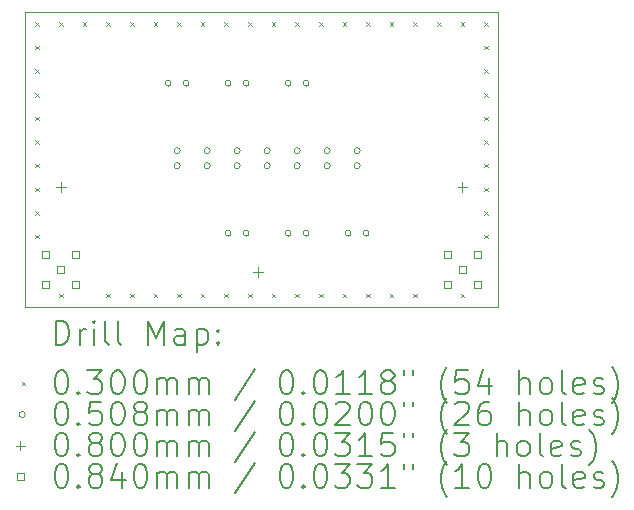
<source format=gbr>
%TF.GenerationSoftware,KiCad,Pcbnew,8.0.3*%
%TF.CreationDate,2024-07-11T10:58:13+02:00*%
%TF.ProjectId,145MHz_BPF,3134354d-487a-45f4-9250-462e6b696361,rev?*%
%TF.SameCoordinates,Original*%
%TF.FileFunction,Drillmap*%
%TF.FilePolarity,Positive*%
%FSLAX45Y45*%
G04 Gerber Fmt 4.5, Leading zero omitted, Abs format (unit mm)*
G04 Created by KiCad (PCBNEW 8.0.3) date 2024-07-11 10:58:13*
%MOMM*%
%LPD*%
G01*
G04 APERTURE LIST*
%ADD10C,0.050000*%
%ADD11C,0.200000*%
%ADD12C,0.100000*%
G04 APERTURE END LIST*
D10*
X8500000Y-4500000D02*
X12500000Y-4500000D01*
X12500000Y-7000000D01*
X8500000Y-7000000D01*
X8500000Y-4500000D01*
D11*
D12*
X8585000Y-4585000D02*
X8615000Y-4615000D01*
X8615000Y-4585000D02*
X8585000Y-4615000D01*
X8585000Y-4785000D02*
X8615000Y-4815000D01*
X8615000Y-4785000D02*
X8585000Y-4815000D01*
X8585000Y-4985000D02*
X8615000Y-5015000D01*
X8615000Y-4985000D02*
X8585000Y-5015000D01*
X8585000Y-5185000D02*
X8615000Y-5215000D01*
X8615000Y-5185000D02*
X8585000Y-5215000D01*
X8585000Y-5385000D02*
X8615000Y-5415000D01*
X8615000Y-5385000D02*
X8585000Y-5415000D01*
X8585000Y-5585000D02*
X8615000Y-5615000D01*
X8615000Y-5585000D02*
X8585000Y-5615000D01*
X8585000Y-5785000D02*
X8615000Y-5815000D01*
X8615000Y-5785000D02*
X8585000Y-5815000D01*
X8585000Y-5985000D02*
X8615000Y-6015000D01*
X8615000Y-5985000D02*
X8585000Y-6015000D01*
X8585000Y-6185000D02*
X8615000Y-6215000D01*
X8615000Y-6185000D02*
X8585000Y-6215000D01*
X8585000Y-6385000D02*
X8615000Y-6415000D01*
X8615000Y-6385000D02*
X8585000Y-6415000D01*
X8785000Y-4585000D02*
X8815000Y-4615000D01*
X8815000Y-4585000D02*
X8785000Y-4615000D01*
X8785000Y-6885000D02*
X8815000Y-6915000D01*
X8815000Y-6885000D02*
X8785000Y-6915000D01*
X8985000Y-4585000D02*
X9015000Y-4615000D01*
X9015000Y-4585000D02*
X8985000Y-4615000D01*
X9185000Y-4585000D02*
X9215000Y-4615000D01*
X9215000Y-4585000D02*
X9185000Y-4615000D01*
X9185000Y-6885000D02*
X9215000Y-6915000D01*
X9215000Y-6885000D02*
X9185000Y-6915000D01*
X9385000Y-4585000D02*
X9415000Y-4615000D01*
X9415000Y-4585000D02*
X9385000Y-4615000D01*
X9385000Y-6885000D02*
X9415000Y-6915000D01*
X9415000Y-6885000D02*
X9385000Y-6915000D01*
X9585000Y-4585000D02*
X9615000Y-4615000D01*
X9615000Y-4585000D02*
X9585000Y-4615000D01*
X9585000Y-6885000D02*
X9615000Y-6915000D01*
X9615000Y-6885000D02*
X9585000Y-6915000D01*
X9785000Y-4585000D02*
X9815000Y-4615000D01*
X9815000Y-4585000D02*
X9785000Y-4615000D01*
X9785000Y-6885000D02*
X9815000Y-6915000D01*
X9815000Y-6885000D02*
X9785000Y-6915000D01*
X9985000Y-4585000D02*
X10015000Y-4615000D01*
X10015000Y-4585000D02*
X9985000Y-4615000D01*
X9985000Y-6885000D02*
X10015000Y-6915000D01*
X10015000Y-6885000D02*
X9985000Y-6915000D01*
X10185000Y-4585000D02*
X10215000Y-4615000D01*
X10215000Y-4585000D02*
X10185000Y-4615000D01*
X10185000Y-6885000D02*
X10215000Y-6915000D01*
X10215000Y-6885000D02*
X10185000Y-6915000D01*
X10385000Y-4585000D02*
X10415000Y-4615000D01*
X10415000Y-4585000D02*
X10385000Y-4615000D01*
X10385000Y-6885000D02*
X10415000Y-6915000D01*
X10415000Y-6885000D02*
X10385000Y-6915000D01*
X10585000Y-4585000D02*
X10615000Y-4615000D01*
X10615000Y-4585000D02*
X10585000Y-4615000D01*
X10585000Y-6885000D02*
X10615000Y-6915000D01*
X10615000Y-6885000D02*
X10585000Y-6915000D01*
X10785000Y-4585000D02*
X10815000Y-4615000D01*
X10815000Y-4585000D02*
X10785000Y-4615000D01*
X10785000Y-6885000D02*
X10815000Y-6915000D01*
X10815000Y-6885000D02*
X10785000Y-6915000D01*
X10985000Y-4585000D02*
X11015000Y-4615000D01*
X11015000Y-4585000D02*
X10985000Y-4615000D01*
X10985000Y-6885000D02*
X11015000Y-6915000D01*
X11015000Y-6885000D02*
X10985000Y-6915000D01*
X11185000Y-4585000D02*
X11215000Y-4615000D01*
X11215000Y-4585000D02*
X11185000Y-4615000D01*
X11185000Y-6885000D02*
X11215000Y-6915000D01*
X11215000Y-6885000D02*
X11185000Y-6915000D01*
X11385000Y-4585000D02*
X11415000Y-4615000D01*
X11415000Y-4585000D02*
X11385000Y-4615000D01*
X11385000Y-6885000D02*
X11415000Y-6915000D01*
X11415000Y-6885000D02*
X11385000Y-6915000D01*
X11585000Y-4585000D02*
X11615000Y-4615000D01*
X11615000Y-4585000D02*
X11585000Y-4615000D01*
X11585000Y-6885000D02*
X11615000Y-6915000D01*
X11615000Y-6885000D02*
X11585000Y-6915000D01*
X11785000Y-4585000D02*
X11815000Y-4615000D01*
X11815000Y-4585000D02*
X11785000Y-4615000D01*
X11785000Y-6885000D02*
X11815000Y-6915000D01*
X11815000Y-6885000D02*
X11785000Y-6915000D01*
X11985000Y-4585000D02*
X12015000Y-4615000D01*
X12015000Y-4585000D02*
X11985000Y-4615000D01*
X12185000Y-4585000D02*
X12215000Y-4615000D01*
X12215000Y-4585000D02*
X12185000Y-4615000D01*
X12185000Y-6885000D02*
X12215000Y-6915000D01*
X12215000Y-6885000D02*
X12185000Y-6915000D01*
X12385000Y-4585000D02*
X12415000Y-4615000D01*
X12415000Y-4585000D02*
X12385000Y-4615000D01*
X12385000Y-4785000D02*
X12415000Y-4815000D01*
X12415000Y-4785000D02*
X12385000Y-4815000D01*
X12385000Y-4985000D02*
X12415000Y-5015000D01*
X12415000Y-4985000D02*
X12385000Y-5015000D01*
X12385000Y-5185000D02*
X12415000Y-5215000D01*
X12415000Y-5185000D02*
X12385000Y-5215000D01*
X12385000Y-5385000D02*
X12415000Y-5415000D01*
X12415000Y-5385000D02*
X12385000Y-5415000D01*
X12385000Y-5585000D02*
X12415000Y-5615000D01*
X12415000Y-5585000D02*
X12385000Y-5615000D01*
X12385000Y-5785000D02*
X12415000Y-5815000D01*
X12415000Y-5785000D02*
X12385000Y-5815000D01*
X12385000Y-5985000D02*
X12415000Y-6015000D01*
X12415000Y-5985000D02*
X12385000Y-6015000D01*
X12385000Y-6185000D02*
X12415000Y-6215000D01*
X12415000Y-6185000D02*
X12385000Y-6215000D01*
X12385000Y-6385000D02*
X12415000Y-6415000D01*
X12415000Y-6385000D02*
X12385000Y-6415000D01*
X9733200Y-5101500D02*
G75*
G02*
X9682400Y-5101500I-25400J0D01*
G01*
X9682400Y-5101500D02*
G75*
G02*
X9733200Y-5101500I25400J0D01*
G01*
X9809400Y-5673000D02*
G75*
G02*
X9758600Y-5673000I-25400J0D01*
G01*
X9758600Y-5673000D02*
G75*
G02*
X9809400Y-5673000I25400J0D01*
G01*
X9809400Y-5800000D02*
G75*
G02*
X9758600Y-5800000I-25400J0D01*
G01*
X9758600Y-5800000D02*
G75*
G02*
X9809400Y-5800000I25400J0D01*
G01*
X9885600Y-5101500D02*
G75*
G02*
X9834800Y-5101500I-25400J0D01*
G01*
X9834800Y-5101500D02*
G75*
G02*
X9885600Y-5101500I25400J0D01*
G01*
X10063400Y-5673000D02*
G75*
G02*
X10012600Y-5673000I-25400J0D01*
G01*
X10012600Y-5673000D02*
G75*
G02*
X10063400Y-5673000I25400J0D01*
G01*
X10063400Y-5800000D02*
G75*
G02*
X10012600Y-5800000I-25400J0D01*
G01*
X10012600Y-5800000D02*
G75*
G02*
X10063400Y-5800000I25400J0D01*
G01*
X10241200Y-5101500D02*
G75*
G02*
X10190400Y-5101500I-25400J0D01*
G01*
X10190400Y-5101500D02*
G75*
G02*
X10241200Y-5101500I25400J0D01*
G01*
X10241200Y-6371500D02*
G75*
G02*
X10190400Y-6371500I-25400J0D01*
G01*
X10190400Y-6371500D02*
G75*
G02*
X10241200Y-6371500I25400J0D01*
G01*
X10317400Y-5673000D02*
G75*
G02*
X10266600Y-5673000I-25400J0D01*
G01*
X10266600Y-5673000D02*
G75*
G02*
X10317400Y-5673000I25400J0D01*
G01*
X10317400Y-5800000D02*
G75*
G02*
X10266600Y-5800000I-25400J0D01*
G01*
X10266600Y-5800000D02*
G75*
G02*
X10317400Y-5800000I25400J0D01*
G01*
X10393600Y-5101500D02*
G75*
G02*
X10342800Y-5101500I-25400J0D01*
G01*
X10342800Y-5101500D02*
G75*
G02*
X10393600Y-5101500I25400J0D01*
G01*
X10393600Y-6371500D02*
G75*
G02*
X10342800Y-6371500I-25400J0D01*
G01*
X10342800Y-6371500D02*
G75*
G02*
X10393600Y-6371500I25400J0D01*
G01*
X10571400Y-5673000D02*
G75*
G02*
X10520600Y-5673000I-25400J0D01*
G01*
X10520600Y-5673000D02*
G75*
G02*
X10571400Y-5673000I25400J0D01*
G01*
X10571400Y-5800000D02*
G75*
G02*
X10520600Y-5800000I-25400J0D01*
G01*
X10520600Y-5800000D02*
G75*
G02*
X10571400Y-5800000I25400J0D01*
G01*
X10749200Y-5101500D02*
G75*
G02*
X10698400Y-5101500I-25400J0D01*
G01*
X10698400Y-5101500D02*
G75*
G02*
X10749200Y-5101500I25400J0D01*
G01*
X10749200Y-6371500D02*
G75*
G02*
X10698400Y-6371500I-25400J0D01*
G01*
X10698400Y-6371500D02*
G75*
G02*
X10749200Y-6371500I25400J0D01*
G01*
X10825400Y-5673000D02*
G75*
G02*
X10774600Y-5673000I-25400J0D01*
G01*
X10774600Y-5673000D02*
G75*
G02*
X10825400Y-5673000I25400J0D01*
G01*
X10825400Y-5800000D02*
G75*
G02*
X10774600Y-5800000I-25400J0D01*
G01*
X10774600Y-5800000D02*
G75*
G02*
X10825400Y-5800000I25400J0D01*
G01*
X10901600Y-5101500D02*
G75*
G02*
X10850800Y-5101500I-25400J0D01*
G01*
X10850800Y-5101500D02*
G75*
G02*
X10901600Y-5101500I25400J0D01*
G01*
X10901600Y-6371500D02*
G75*
G02*
X10850800Y-6371500I-25400J0D01*
G01*
X10850800Y-6371500D02*
G75*
G02*
X10901600Y-6371500I25400J0D01*
G01*
X11079400Y-5673000D02*
G75*
G02*
X11028600Y-5673000I-25400J0D01*
G01*
X11028600Y-5673000D02*
G75*
G02*
X11079400Y-5673000I25400J0D01*
G01*
X11079400Y-5800000D02*
G75*
G02*
X11028600Y-5800000I-25400J0D01*
G01*
X11028600Y-5800000D02*
G75*
G02*
X11079400Y-5800000I25400J0D01*
G01*
X11257200Y-6371500D02*
G75*
G02*
X11206400Y-6371500I-25400J0D01*
G01*
X11206400Y-6371500D02*
G75*
G02*
X11257200Y-6371500I25400J0D01*
G01*
X11333400Y-5673000D02*
G75*
G02*
X11282600Y-5673000I-25400J0D01*
G01*
X11282600Y-5673000D02*
G75*
G02*
X11333400Y-5673000I25400J0D01*
G01*
X11333400Y-5800000D02*
G75*
G02*
X11282600Y-5800000I-25400J0D01*
G01*
X11282600Y-5800000D02*
G75*
G02*
X11333400Y-5800000I25400J0D01*
G01*
X11409600Y-6371500D02*
G75*
G02*
X11358800Y-6371500I-25400J0D01*
G01*
X11358800Y-6371500D02*
G75*
G02*
X11409600Y-6371500I25400J0D01*
G01*
X8800000Y-5940000D02*
X8800000Y-6020000D01*
X8760000Y-5980000D02*
X8840000Y-5980000D01*
X10470000Y-6660000D02*
X10470000Y-6740000D01*
X10430000Y-6700000D02*
X10510000Y-6700000D01*
X12200000Y-5940000D02*
X12200000Y-6020000D01*
X12160000Y-5980000D02*
X12240000Y-5980000D01*
X8702699Y-6582699D02*
X8702699Y-6523301D01*
X8643301Y-6523301D01*
X8643301Y-6582699D01*
X8702699Y-6582699D01*
X8702699Y-6836699D02*
X8702699Y-6777301D01*
X8643301Y-6777301D01*
X8643301Y-6836699D01*
X8702699Y-6836699D01*
X8829699Y-6709699D02*
X8829699Y-6650301D01*
X8770301Y-6650301D01*
X8770301Y-6709699D01*
X8829699Y-6709699D01*
X8956699Y-6582699D02*
X8956699Y-6523301D01*
X8897301Y-6523301D01*
X8897301Y-6582699D01*
X8956699Y-6582699D01*
X8956699Y-6836699D02*
X8956699Y-6777301D01*
X8897301Y-6777301D01*
X8897301Y-6836699D01*
X8956699Y-6836699D01*
X12102699Y-6582699D02*
X12102699Y-6523301D01*
X12043301Y-6523301D01*
X12043301Y-6582699D01*
X12102699Y-6582699D01*
X12102699Y-6836699D02*
X12102699Y-6777301D01*
X12043301Y-6777301D01*
X12043301Y-6836699D01*
X12102699Y-6836699D01*
X12229699Y-6709699D02*
X12229699Y-6650301D01*
X12170301Y-6650301D01*
X12170301Y-6709699D01*
X12229699Y-6709699D01*
X12356699Y-6582699D02*
X12356699Y-6523301D01*
X12297301Y-6523301D01*
X12297301Y-6582699D01*
X12356699Y-6582699D01*
X12356699Y-6836699D02*
X12356699Y-6777301D01*
X12297301Y-6777301D01*
X12297301Y-6836699D01*
X12356699Y-6836699D01*
D11*
X8758277Y-7313984D02*
X8758277Y-7113984D01*
X8758277Y-7113984D02*
X8805896Y-7113984D01*
X8805896Y-7113984D02*
X8834467Y-7123508D01*
X8834467Y-7123508D02*
X8853515Y-7142555D01*
X8853515Y-7142555D02*
X8863039Y-7161603D01*
X8863039Y-7161603D02*
X8872563Y-7199698D01*
X8872563Y-7199698D02*
X8872563Y-7228269D01*
X8872563Y-7228269D02*
X8863039Y-7266365D01*
X8863039Y-7266365D02*
X8853515Y-7285412D01*
X8853515Y-7285412D02*
X8834467Y-7304460D01*
X8834467Y-7304460D02*
X8805896Y-7313984D01*
X8805896Y-7313984D02*
X8758277Y-7313984D01*
X8958277Y-7313984D02*
X8958277Y-7180650D01*
X8958277Y-7218746D02*
X8967801Y-7199698D01*
X8967801Y-7199698D02*
X8977324Y-7190174D01*
X8977324Y-7190174D02*
X8996372Y-7180650D01*
X8996372Y-7180650D02*
X9015420Y-7180650D01*
X9082086Y-7313984D02*
X9082086Y-7180650D01*
X9082086Y-7113984D02*
X9072563Y-7123508D01*
X9072563Y-7123508D02*
X9082086Y-7133031D01*
X9082086Y-7133031D02*
X9091610Y-7123508D01*
X9091610Y-7123508D02*
X9082086Y-7113984D01*
X9082086Y-7113984D02*
X9082086Y-7133031D01*
X9205896Y-7313984D02*
X9186848Y-7304460D01*
X9186848Y-7304460D02*
X9177324Y-7285412D01*
X9177324Y-7285412D02*
X9177324Y-7113984D01*
X9310658Y-7313984D02*
X9291610Y-7304460D01*
X9291610Y-7304460D02*
X9282086Y-7285412D01*
X9282086Y-7285412D02*
X9282086Y-7113984D01*
X9539229Y-7313984D02*
X9539229Y-7113984D01*
X9539229Y-7113984D02*
X9605896Y-7256841D01*
X9605896Y-7256841D02*
X9672563Y-7113984D01*
X9672563Y-7113984D02*
X9672563Y-7313984D01*
X9853515Y-7313984D02*
X9853515Y-7209222D01*
X9853515Y-7209222D02*
X9843991Y-7190174D01*
X9843991Y-7190174D02*
X9824944Y-7180650D01*
X9824944Y-7180650D02*
X9786848Y-7180650D01*
X9786848Y-7180650D02*
X9767801Y-7190174D01*
X9853515Y-7304460D02*
X9834467Y-7313984D01*
X9834467Y-7313984D02*
X9786848Y-7313984D01*
X9786848Y-7313984D02*
X9767801Y-7304460D01*
X9767801Y-7304460D02*
X9758277Y-7285412D01*
X9758277Y-7285412D02*
X9758277Y-7266365D01*
X9758277Y-7266365D02*
X9767801Y-7247317D01*
X9767801Y-7247317D02*
X9786848Y-7237793D01*
X9786848Y-7237793D02*
X9834467Y-7237793D01*
X9834467Y-7237793D02*
X9853515Y-7228269D01*
X9948753Y-7180650D02*
X9948753Y-7380650D01*
X9948753Y-7190174D02*
X9967801Y-7180650D01*
X9967801Y-7180650D02*
X10005896Y-7180650D01*
X10005896Y-7180650D02*
X10024944Y-7190174D01*
X10024944Y-7190174D02*
X10034467Y-7199698D01*
X10034467Y-7199698D02*
X10043991Y-7218746D01*
X10043991Y-7218746D02*
X10043991Y-7275888D01*
X10043991Y-7275888D02*
X10034467Y-7294936D01*
X10034467Y-7294936D02*
X10024944Y-7304460D01*
X10024944Y-7304460D02*
X10005896Y-7313984D01*
X10005896Y-7313984D02*
X9967801Y-7313984D01*
X9967801Y-7313984D02*
X9948753Y-7304460D01*
X10129705Y-7294936D02*
X10139229Y-7304460D01*
X10139229Y-7304460D02*
X10129705Y-7313984D01*
X10129705Y-7313984D02*
X10120182Y-7304460D01*
X10120182Y-7304460D02*
X10129705Y-7294936D01*
X10129705Y-7294936D02*
X10129705Y-7313984D01*
X10129705Y-7190174D02*
X10139229Y-7199698D01*
X10139229Y-7199698D02*
X10129705Y-7209222D01*
X10129705Y-7209222D02*
X10120182Y-7199698D01*
X10120182Y-7199698D02*
X10129705Y-7190174D01*
X10129705Y-7190174D02*
X10129705Y-7209222D01*
D12*
X8467500Y-7627500D02*
X8497500Y-7657500D01*
X8497500Y-7627500D02*
X8467500Y-7657500D01*
D11*
X8796372Y-7533984D02*
X8815420Y-7533984D01*
X8815420Y-7533984D02*
X8834467Y-7543508D01*
X8834467Y-7543508D02*
X8843991Y-7553031D01*
X8843991Y-7553031D02*
X8853515Y-7572079D01*
X8853515Y-7572079D02*
X8863039Y-7610174D01*
X8863039Y-7610174D02*
X8863039Y-7657793D01*
X8863039Y-7657793D02*
X8853515Y-7695888D01*
X8853515Y-7695888D02*
X8843991Y-7714936D01*
X8843991Y-7714936D02*
X8834467Y-7724460D01*
X8834467Y-7724460D02*
X8815420Y-7733984D01*
X8815420Y-7733984D02*
X8796372Y-7733984D01*
X8796372Y-7733984D02*
X8777324Y-7724460D01*
X8777324Y-7724460D02*
X8767801Y-7714936D01*
X8767801Y-7714936D02*
X8758277Y-7695888D01*
X8758277Y-7695888D02*
X8748753Y-7657793D01*
X8748753Y-7657793D02*
X8748753Y-7610174D01*
X8748753Y-7610174D02*
X8758277Y-7572079D01*
X8758277Y-7572079D02*
X8767801Y-7553031D01*
X8767801Y-7553031D02*
X8777324Y-7543508D01*
X8777324Y-7543508D02*
X8796372Y-7533984D01*
X8948753Y-7714936D02*
X8958277Y-7724460D01*
X8958277Y-7724460D02*
X8948753Y-7733984D01*
X8948753Y-7733984D02*
X8939229Y-7724460D01*
X8939229Y-7724460D02*
X8948753Y-7714936D01*
X8948753Y-7714936D02*
X8948753Y-7733984D01*
X9024944Y-7533984D02*
X9148753Y-7533984D01*
X9148753Y-7533984D02*
X9082086Y-7610174D01*
X9082086Y-7610174D02*
X9110658Y-7610174D01*
X9110658Y-7610174D02*
X9129705Y-7619698D01*
X9129705Y-7619698D02*
X9139229Y-7629222D01*
X9139229Y-7629222D02*
X9148753Y-7648269D01*
X9148753Y-7648269D02*
X9148753Y-7695888D01*
X9148753Y-7695888D02*
X9139229Y-7714936D01*
X9139229Y-7714936D02*
X9129705Y-7724460D01*
X9129705Y-7724460D02*
X9110658Y-7733984D01*
X9110658Y-7733984D02*
X9053515Y-7733984D01*
X9053515Y-7733984D02*
X9034467Y-7724460D01*
X9034467Y-7724460D02*
X9024944Y-7714936D01*
X9272563Y-7533984D02*
X9291610Y-7533984D01*
X9291610Y-7533984D02*
X9310658Y-7543508D01*
X9310658Y-7543508D02*
X9320182Y-7553031D01*
X9320182Y-7553031D02*
X9329705Y-7572079D01*
X9329705Y-7572079D02*
X9339229Y-7610174D01*
X9339229Y-7610174D02*
X9339229Y-7657793D01*
X9339229Y-7657793D02*
X9329705Y-7695888D01*
X9329705Y-7695888D02*
X9320182Y-7714936D01*
X9320182Y-7714936D02*
X9310658Y-7724460D01*
X9310658Y-7724460D02*
X9291610Y-7733984D01*
X9291610Y-7733984D02*
X9272563Y-7733984D01*
X9272563Y-7733984D02*
X9253515Y-7724460D01*
X9253515Y-7724460D02*
X9243991Y-7714936D01*
X9243991Y-7714936D02*
X9234467Y-7695888D01*
X9234467Y-7695888D02*
X9224944Y-7657793D01*
X9224944Y-7657793D02*
X9224944Y-7610174D01*
X9224944Y-7610174D02*
X9234467Y-7572079D01*
X9234467Y-7572079D02*
X9243991Y-7553031D01*
X9243991Y-7553031D02*
X9253515Y-7543508D01*
X9253515Y-7543508D02*
X9272563Y-7533984D01*
X9463039Y-7533984D02*
X9482086Y-7533984D01*
X9482086Y-7533984D02*
X9501134Y-7543508D01*
X9501134Y-7543508D02*
X9510658Y-7553031D01*
X9510658Y-7553031D02*
X9520182Y-7572079D01*
X9520182Y-7572079D02*
X9529705Y-7610174D01*
X9529705Y-7610174D02*
X9529705Y-7657793D01*
X9529705Y-7657793D02*
X9520182Y-7695888D01*
X9520182Y-7695888D02*
X9510658Y-7714936D01*
X9510658Y-7714936D02*
X9501134Y-7724460D01*
X9501134Y-7724460D02*
X9482086Y-7733984D01*
X9482086Y-7733984D02*
X9463039Y-7733984D01*
X9463039Y-7733984D02*
X9443991Y-7724460D01*
X9443991Y-7724460D02*
X9434467Y-7714936D01*
X9434467Y-7714936D02*
X9424944Y-7695888D01*
X9424944Y-7695888D02*
X9415420Y-7657793D01*
X9415420Y-7657793D02*
X9415420Y-7610174D01*
X9415420Y-7610174D02*
X9424944Y-7572079D01*
X9424944Y-7572079D02*
X9434467Y-7553031D01*
X9434467Y-7553031D02*
X9443991Y-7543508D01*
X9443991Y-7543508D02*
X9463039Y-7533984D01*
X9615420Y-7733984D02*
X9615420Y-7600650D01*
X9615420Y-7619698D02*
X9624944Y-7610174D01*
X9624944Y-7610174D02*
X9643991Y-7600650D01*
X9643991Y-7600650D02*
X9672563Y-7600650D01*
X9672563Y-7600650D02*
X9691610Y-7610174D01*
X9691610Y-7610174D02*
X9701134Y-7629222D01*
X9701134Y-7629222D02*
X9701134Y-7733984D01*
X9701134Y-7629222D02*
X9710658Y-7610174D01*
X9710658Y-7610174D02*
X9729705Y-7600650D01*
X9729705Y-7600650D02*
X9758277Y-7600650D01*
X9758277Y-7600650D02*
X9777325Y-7610174D01*
X9777325Y-7610174D02*
X9786848Y-7629222D01*
X9786848Y-7629222D02*
X9786848Y-7733984D01*
X9882086Y-7733984D02*
X9882086Y-7600650D01*
X9882086Y-7619698D02*
X9891610Y-7610174D01*
X9891610Y-7610174D02*
X9910658Y-7600650D01*
X9910658Y-7600650D02*
X9939229Y-7600650D01*
X9939229Y-7600650D02*
X9958277Y-7610174D01*
X9958277Y-7610174D02*
X9967801Y-7629222D01*
X9967801Y-7629222D02*
X9967801Y-7733984D01*
X9967801Y-7629222D02*
X9977325Y-7610174D01*
X9977325Y-7610174D02*
X9996372Y-7600650D01*
X9996372Y-7600650D02*
X10024944Y-7600650D01*
X10024944Y-7600650D02*
X10043991Y-7610174D01*
X10043991Y-7610174D02*
X10053515Y-7629222D01*
X10053515Y-7629222D02*
X10053515Y-7733984D01*
X10443991Y-7524460D02*
X10272563Y-7781603D01*
X10701134Y-7533984D02*
X10720182Y-7533984D01*
X10720182Y-7533984D02*
X10739229Y-7543508D01*
X10739229Y-7543508D02*
X10748753Y-7553031D01*
X10748753Y-7553031D02*
X10758277Y-7572079D01*
X10758277Y-7572079D02*
X10767801Y-7610174D01*
X10767801Y-7610174D02*
X10767801Y-7657793D01*
X10767801Y-7657793D02*
X10758277Y-7695888D01*
X10758277Y-7695888D02*
X10748753Y-7714936D01*
X10748753Y-7714936D02*
X10739229Y-7724460D01*
X10739229Y-7724460D02*
X10720182Y-7733984D01*
X10720182Y-7733984D02*
X10701134Y-7733984D01*
X10701134Y-7733984D02*
X10682087Y-7724460D01*
X10682087Y-7724460D02*
X10672563Y-7714936D01*
X10672563Y-7714936D02*
X10663039Y-7695888D01*
X10663039Y-7695888D02*
X10653515Y-7657793D01*
X10653515Y-7657793D02*
X10653515Y-7610174D01*
X10653515Y-7610174D02*
X10663039Y-7572079D01*
X10663039Y-7572079D02*
X10672563Y-7553031D01*
X10672563Y-7553031D02*
X10682087Y-7543508D01*
X10682087Y-7543508D02*
X10701134Y-7533984D01*
X10853515Y-7714936D02*
X10863039Y-7724460D01*
X10863039Y-7724460D02*
X10853515Y-7733984D01*
X10853515Y-7733984D02*
X10843991Y-7724460D01*
X10843991Y-7724460D02*
X10853515Y-7714936D01*
X10853515Y-7714936D02*
X10853515Y-7733984D01*
X10986848Y-7533984D02*
X11005896Y-7533984D01*
X11005896Y-7533984D02*
X11024944Y-7543508D01*
X11024944Y-7543508D02*
X11034468Y-7553031D01*
X11034468Y-7553031D02*
X11043991Y-7572079D01*
X11043991Y-7572079D02*
X11053515Y-7610174D01*
X11053515Y-7610174D02*
X11053515Y-7657793D01*
X11053515Y-7657793D02*
X11043991Y-7695888D01*
X11043991Y-7695888D02*
X11034468Y-7714936D01*
X11034468Y-7714936D02*
X11024944Y-7724460D01*
X11024944Y-7724460D02*
X11005896Y-7733984D01*
X11005896Y-7733984D02*
X10986848Y-7733984D01*
X10986848Y-7733984D02*
X10967801Y-7724460D01*
X10967801Y-7724460D02*
X10958277Y-7714936D01*
X10958277Y-7714936D02*
X10948753Y-7695888D01*
X10948753Y-7695888D02*
X10939229Y-7657793D01*
X10939229Y-7657793D02*
X10939229Y-7610174D01*
X10939229Y-7610174D02*
X10948753Y-7572079D01*
X10948753Y-7572079D02*
X10958277Y-7553031D01*
X10958277Y-7553031D02*
X10967801Y-7543508D01*
X10967801Y-7543508D02*
X10986848Y-7533984D01*
X11243991Y-7733984D02*
X11129706Y-7733984D01*
X11186848Y-7733984D02*
X11186848Y-7533984D01*
X11186848Y-7533984D02*
X11167801Y-7562555D01*
X11167801Y-7562555D02*
X11148753Y-7581603D01*
X11148753Y-7581603D02*
X11129706Y-7591127D01*
X11434467Y-7733984D02*
X11320182Y-7733984D01*
X11377325Y-7733984D02*
X11377325Y-7533984D01*
X11377325Y-7533984D02*
X11358277Y-7562555D01*
X11358277Y-7562555D02*
X11339229Y-7581603D01*
X11339229Y-7581603D02*
X11320182Y-7591127D01*
X11548753Y-7619698D02*
X11529706Y-7610174D01*
X11529706Y-7610174D02*
X11520182Y-7600650D01*
X11520182Y-7600650D02*
X11510658Y-7581603D01*
X11510658Y-7581603D02*
X11510658Y-7572079D01*
X11510658Y-7572079D02*
X11520182Y-7553031D01*
X11520182Y-7553031D02*
X11529706Y-7543508D01*
X11529706Y-7543508D02*
X11548753Y-7533984D01*
X11548753Y-7533984D02*
X11586848Y-7533984D01*
X11586848Y-7533984D02*
X11605896Y-7543508D01*
X11605896Y-7543508D02*
X11615420Y-7553031D01*
X11615420Y-7553031D02*
X11624944Y-7572079D01*
X11624944Y-7572079D02*
X11624944Y-7581603D01*
X11624944Y-7581603D02*
X11615420Y-7600650D01*
X11615420Y-7600650D02*
X11605896Y-7610174D01*
X11605896Y-7610174D02*
X11586848Y-7619698D01*
X11586848Y-7619698D02*
X11548753Y-7619698D01*
X11548753Y-7619698D02*
X11529706Y-7629222D01*
X11529706Y-7629222D02*
X11520182Y-7638746D01*
X11520182Y-7638746D02*
X11510658Y-7657793D01*
X11510658Y-7657793D02*
X11510658Y-7695888D01*
X11510658Y-7695888D02*
X11520182Y-7714936D01*
X11520182Y-7714936D02*
X11529706Y-7724460D01*
X11529706Y-7724460D02*
X11548753Y-7733984D01*
X11548753Y-7733984D02*
X11586848Y-7733984D01*
X11586848Y-7733984D02*
X11605896Y-7724460D01*
X11605896Y-7724460D02*
X11615420Y-7714936D01*
X11615420Y-7714936D02*
X11624944Y-7695888D01*
X11624944Y-7695888D02*
X11624944Y-7657793D01*
X11624944Y-7657793D02*
X11615420Y-7638746D01*
X11615420Y-7638746D02*
X11605896Y-7629222D01*
X11605896Y-7629222D02*
X11586848Y-7619698D01*
X11701134Y-7533984D02*
X11701134Y-7572079D01*
X11777325Y-7533984D02*
X11777325Y-7572079D01*
X12072563Y-7810174D02*
X12063039Y-7800650D01*
X12063039Y-7800650D02*
X12043991Y-7772079D01*
X12043991Y-7772079D02*
X12034468Y-7753031D01*
X12034468Y-7753031D02*
X12024944Y-7724460D01*
X12024944Y-7724460D02*
X12015420Y-7676841D01*
X12015420Y-7676841D02*
X12015420Y-7638746D01*
X12015420Y-7638746D02*
X12024944Y-7591127D01*
X12024944Y-7591127D02*
X12034468Y-7562555D01*
X12034468Y-7562555D02*
X12043991Y-7543508D01*
X12043991Y-7543508D02*
X12063039Y-7514936D01*
X12063039Y-7514936D02*
X12072563Y-7505412D01*
X12243991Y-7533984D02*
X12148753Y-7533984D01*
X12148753Y-7533984D02*
X12139229Y-7629222D01*
X12139229Y-7629222D02*
X12148753Y-7619698D01*
X12148753Y-7619698D02*
X12167801Y-7610174D01*
X12167801Y-7610174D02*
X12215420Y-7610174D01*
X12215420Y-7610174D02*
X12234468Y-7619698D01*
X12234468Y-7619698D02*
X12243991Y-7629222D01*
X12243991Y-7629222D02*
X12253515Y-7648269D01*
X12253515Y-7648269D02*
X12253515Y-7695888D01*
X12253515Y-7695888D02*
X12243991Y-7714936D01*
X12243991Y-7714936D02*
X12234468Y-7724460D01*
X12234468Y-7724460D02*
X12215420Y-7733984D01*
X12215420Y-7733984D02*
X12167801Y-7733984D01*
X12167801Y-7733984D02*
X12148753Y-7724460D01*
X12148753Y-7724460D02*
X12139229Y-7714936D01*
X12424944Y-7600650D02*
X12424944Y-7733984D01*
X12377325Y-7524460D02*
X12329706Y-7667317D01*
X12329706Y-7667317D02*
X12453515Y-7667317D01*
X12682087Y-7733984D02*
X12682087Y-7533984D01*
X12767801Y-7733984D02*
X12767801Y-7629222D01*
X12767801Y-7629222D02*
X12758277Y-7610174D01*
X12758277Y-7610174D02*
X12739230Y-7600650D01*
X12739230Y-7600650D02*
X12710658Y-7600650D01*
X12710658Y-7600650D02*
X12691610Y-7610174D01*
X12691610Y-7610174D02*
X12682087Y-7619698D01*
X12891610Y-7733984D02*
X12872563Y-7724460D01*
X12872563Y-7724460D02*
X12863039Y-7714936D01*
X12863039Y-7714936D02*
X12853515Y-7695888D01*
X12853515Y-7695888D02*
X12853515Y-7638746D01*
X12853515Y-7638746D02*
X12863039Y-7619698D01*
X12863039Y-7619698D02*
X12872563Y-7610174D01*
X12872563Y-7610174D02*
X12891610Y-7600650D01*
X12891610Y-7600650D02*
X12920182Y-7600650D01*
X12920182Y-7600650D02*
X12939230Y-7610174D01*
X12939230Y-7610174D02*
X12948753Y-7619698D01*
X12948753Y-7619698D02*
X12958277Y-7638746D01*
X12958277Y-7638746D02*
X12958277Y-7695888D01*
X12958277Y-7695888D02*
X12948753Y-7714936D01*
X12948753Y-7714936D02*
X12939230Y-7724460D01*
X12939230Y-7724460D02*
X12920182Y-7733984D01*
X12920182Y-7733984D02*
X12891610Y-7733984D01*
X13072563Y-7733984D02*
X13053515Y-7724460D01*
X13053515Y-7724460D02*
X13043991Y-7705412D01*
X13043991Y-7705412D02*
X13043991Y-7533984D01*
X13224944Y-7724460D02*
X13205896Y-7733984D01*
X13205896Y-7733984D02*
X13167801Y-7733984D01*
X13167801Y-7733984D02*
X13148753Y-7724460D01*
X13148753Y-7724460D02*
X13139230Y-7705412D01*
X13139230Y-7705412D02*
X13139230Y-7629222D01*
X13139230Y-7629222D02*
X13148753Y-7610174D01*
X13148753Y-7610174D02*
X13167801Y-7600650D01*
X13167801Y-7600650D02*
X13205896Y-7600650D01*
X13205896Y-7600650D02*
X13224944Y-7610174D01*
X13224944Y-7610174D02*
X13234468Y-7629222D01*
X13234468Y-7629222D02*
X13234468Y-7648269D01*
X13234468Y-7648269D02*
X13139230Y-7667317D01*
X13310658Y-7724460D02*
X13329706Y-7733984D01*
X13329706Y-7733984D02*
X13367801Y-7733984D01*
X13367801Y-7733984D02*
X13386849Y-7724460D01*
X13386849Y-7724460D02*
X13396372Y-7705412D01*
X13396372Y-7705412D02*
X13396372Y-7695888D01*
X13396372Y-7695888D02*
X13386849Y-7676841D01*
X13386849Y-7676841D02*
X13367801Y-7667317D01*
X13367801Y-7667317D02*
X13339230Y-7667317D01*
X13339230Y-7667317D02*
X13320182Y-7657793D01*
X13320182Y-7657793D02*
X13310658Y-7638746D01*
X13310658Y-7638746D02*
X13310658Y-7629222D01*
X13310658Y-7629222D02*
X13320182Y-7610174D01*
X13320182Y-7610174D02*
X13339230Y-7600650D01*
X13339230Y-7600650D02*
X13367801Y-7600650D01*
X13367801Y-7600650D02*
X13386849Y-7610174D01*
X13463039Y-7810174D02*
X13472563Y-7800650D01*
X13472563Y-7800650D02*
X13491611Y-7772079D01*
X13491611Y-7772079D02*
X13501134Y-7753031D01*
X13501134Y-7753031D02*
X13510658Y-7724460D01*
X13510658Y-7724460D02*
X13520182Y-7676841D01*
X13520182Y-7676841D02*
X13520182Y-7638746D01*
X13520182Y-7638746D02*
X13510658Y-7591127D01*
X13510658Y-7591127D02*
X13501134Y-7562555D01*
X13501134Y-7562555D02*
X13491611Y-7543508D01*
X13491611Y-7543508D02*
X13472563Y-7514936D01*
X13472563Y-7514936D02*
X13463039Y-7505412D01*
D12*
X8497500Y-7906500D02*
G75*
G02*
X8446700Y-7906500I-25400J0D01*
G01*
X8446700Y-7906500D02*
G75*
G02*
X8497500Y-7906500I25400J0D01*
G01*
D11*
X8796372Y-7797984D02*
X8815420Y-7797984D01*
X8815420Y-7797984D02*
X8834467Y-7807508D01*
X8834467Y-7807508D02*
X8843991Y-7817031D01*
X8843991Y-7817031D02*
X8853515Y-7836079D01*
X8853515Y-7836079D02*
X8863039Y-7874174D01*
X8863039Y-7874174D02*
X8863039Y-7921793D01*
X8863039Y-7921793D02*
X8853515Y-7959888D01*
X8853515Y-7959888D02*
X8843991Y-7978936D01*
X8843991Y-7978936D02*
X8834467Y-7988460D01*
X8834467Y-7988460D02*
X8815420Y-7997984D01*
X8815420Y-7997984D02*
X8796372Y-7997984D01*
X8796372Y-7997984D02*
X8777324Y-7988460D01*
X8777324Y-7988460D02*
X8767801Y-7978936D01*
X8767801Y-7978936D02*
X8758277Y-7959888D01*
X8758277Y-7959888D02*
X8748753Y-7921793D01*
X8748753Y-7921793D02*
X8748753Y-7874174D01*
X8748753Y-7874174D02*
X8758277Y-7836079D01*
X8758277Y-7836079D02*
X8767801Y-7817031D01*
X8767801Y-7817031D02*
X8777324Y-7807508D01*
X8777324Y-7807508D02*
X8796372Y-7797984D01*
X8948753Y-7978936D02*
X8958277Y-7988460D01*
X8958277Y-7988460D02*
X8948753Y-7997984D01*
X8948753Y-7997984D02*
X8939229Y-7988460D01*
X8939229Y-7988460D02*
X8948753Y-7978936D01*
X8948753Y-7978936D02*
X8948753Y-7997984D01*
X9139229Y-7797984D02*
X9043991Y-7797984D01*
X9043991Y-7797984D02*
X9034467Y-7893222D01*
X9034467Y-7893222D02*
X9043991Y-7883698D01*
X9043991Y-7883698D02*
X9063039Y-7874174D01*
X9063039Y-7874174D02*
X9110658Y-7874174D01*
X9110658Y-7874174D02*
X9129705Y-7883698D01*
X9129705Y-7883698D02*
X9139229Y-7893222D01*
X9139229Y-7893222D02*
X9148753Y-7912269D01*
X9148753Y-7912269D02*
X9148753Y-7959888D01*
X9148753Y-7959888D02*
X9139229Y-7978936D01*
X9139229Y-7978936D02*
X9129705Y-7988460D01*
X9129705Y-7988460D02*
X9110658Y-7997984D01*
X9110658Y-7997984D02*
X9063039Y-7997984D01*
X9063039Y-7997984D02*
X9043991Y-7988460D01*
X9043991Y-7988460D02*
X9034467Y-7978936D01*
X9272563Y-7797984D02*
X9291610Y-7797984D01*
X9291610Y-7797984D02*
X9310658Y-7807508D01*
X9310658Y-7807508D02*
X9320182Y-7817031D01*
X9320182Y-7817031D02*
X9329705Y-7836079D01*
X9329705Y-7836079D02*
X9339229Y-7874174D01*
X9339229Y-7874174D02*
X9339229Y-7921793D01*
X9339229Y-7921793D02*
X9329705Y-7959888D01*
X9329705Y-7959888D02*
X9320182Y-7978936D01*
X9320182Y-7978936D02*
X9310658Y-7988460D01*
X9310658Y-7988460D02*
X9291610Y-7997984D01*
X9291610Y-7997984D02*
X9272563Y-7997984D01*
X9272563Y-7997984D02*
X9253515Y-7988460D01*
X9253515Y-7988460D02*
X9243991Y-7978936D01*
X9243991Y-7978936D02*
X9234467Y-7959888D01*
X9234467Y-7959888D02*
X9224944Y-7921793D01*
X9224944Y-7921793D02*
X9224944Y-7874174D01*
X9224944Y-7874174D02*
X9234467Y-7836079D01*
X9234467Y-7836079D02*
X9243991Y-7817031D01*
X9243991Y-7817031D02*
X9253515Y-7807508D01*
X9253515Y-7807508D02*
X9272563Y-7797984D01*
X9453515Y-7883698D02*
X9434467Y-7874174D01*
X9434467Y-7874174D02*
X9424944Y-7864650D01*
X9424944Y-7864650D02*
X9415420Y-7845603D01*
X9415420Y-7845603D02*
X9415420Y-7836079D01*
X9415420Y-7836079D02*
X9424944Y-7817031D01*
X9424944Y-7817031D02*
X9434467Y-7807508D01*
X9434467Y-7807508D02*
X9453515Y-7797984D01*
X9453515Y-7797984D02*
X9491610Y-7797984D01*
X9491610Y-7797984D02*
X9510658Y-7807508D01*
X9510658Y-7807508D02*
X9520182Y-7817031D01*
X9520182Y-7817031D02*
X9529705Y-7836079D01*
X9529705Y-7836079D02*
X9529705Y-7845603D01*
X9529705Y-7845603D02*
X9520182Y-7864650D01*
X9520182Y-7864650D02*
X9510658Y-7874174D01*
X9510658Y-7874174D02*
X9491610Y-7883698D01*
X9491610Y-7883698D02*
X9453515Y-7883698D01*
X9453515Y-7883698D02*
X9434467Y-7893222D01*
X9434467Y-7893222D02*
X9424944Y-7902746D01*
X9424944Y-7902746D02*
X9415420Y-7921793D01*
X9415420Y-7921793D02*
X9415420Y-7959888D01*
X9415420Y-7959888D02*
X9424944Y-7978936D01*
X9424944Y-7978936D02*
X9434467Y-7988460D01*
X9434467Y-7988460D02*
X9453515Y-7997984D01*
X9453515Y-7997984D02*
X9491610Y-7997984D01*
X9491610Y-7997984D02*
X9510658Y-7988460D01*
X9510658Y-7988460D02*
X9520182Y-7978936D01*
X9520182Y-7978936D02*
X9529705Y-7959888D01*
X9529705Y-7959888D02*
X9529705Y-7921793D01*
X9529705Y-7921793D02*
X9520182Y-7902746D01*
X9520182Y-7902746D02*
X9510658Y-7893222D01*
X9510658Y-7893222D02*
X9491610Y-7883698D01*
X9615420Y-7997984D02*
X9615420Y-7864650D01*
X9615420Y-7883698D02*
X9624944Y-7874174D01*
X9624944Y-7874174D02*
X9643991Y-7864650D01*
X9643991Y-7864650D02*
X9672563Y-7864650D01*
X9672563Y-7864650D02*
X9691610Y-7874174D01*
X9691610Y-7874174D02*
X9701134Y-7893222D01*
X9701134Y-7893222D02*
X9701134Y-7997984D01*
X9701134Y-7893222D02*
X9710658Y-7874174D01*
X9710658Y-7874174D02*
X9729705Y-7864650D01*
X9729705Y-7864650D02*
X9758277Y-7864650D01*
X9758277Y-7864650D02*
X9777325Y-7874174D01*
X9777325Y-7874174D02*
X9786848Y-7893222D01*
X9786848Y-7893222D02*
X9786848Y-7997984D01*
X9882086Y-7997984D02*
X9882086Y-7864650D01*
X9882086Y-7883698D02*
X9891610Y-7874174D01*
X9891610Y-7874174D02*
X9910658Y-7864650D01*
X9910658Y-7864650D02*
X9939229Y-7864650D01*
X9939229Y-7864650D02*
X9958277Y-7874174D01*
X9958277Y-7874174D02*
X9967801Y-7893222D01*
X9967801Y-7893222D02*
X9967801Y-7997984D01*
X9967801Y-7893222D02*
X9977325Y-7874174D01*
X9977325Y-7874174D02*
X9996372Y-7864650D01*
X9996372Y-7864650D02*
X10024944Y-7864650D01*
X10024944Y-7864650D02*
X10043991Y-7874174D01*
X10043991Y-7874174D02*
X10053515Y-7893222D01*
X10053515Y-7893222D02*
X10053515Y-7997984D01*
X10443991Y-7788460D02*
X10272563Y-8045603D01*
X10701134Y-7797984D02*
X10720182Y-7797984D01*
X10720182Y-7797984D02*
X10739229Y-7807508D01*
X10739229Y-7807508D02*
X10748753Y-7817031D01*
X10748753Y-7817031D02*
X10758277Y-7836079D01*
X10758277Y-7836079D02*
X10767801Y-7874174D01*
X10767801Y-7874174D02*
X10767801Y-7921793D01*
X10767801Y-7921793D02*
X10758277Y-7959888D01*
X10758277Y-7959888D02*
X10748753Y-7978936D01*
X10748753Y-7978936D02*
X10739229Y-7988460D01*
X10739229Y-7988460D02*
X10720182Y-7997984D01*
X10720182Y-7997984D02*
X10701134Y-7997984D01*
X10701134Y-7997984D02*
X10682087Y-7988460D01*
X10682087Y-7988460D02*
X10672563Y-7978936D01*
X10672563Y-7978936D02*
X10663039Y-7959888D01*
X10663039Y-7959888D02*
X10653515Y-7921793D01*
X10653515Y-7921793D02*
X10653515Y-7874174D01*
X10653515Y-7874174D02*
X10663039Y-7836079D01*
X10663039Y-7836079D02*
X10672563Y-7817031D01*
X10672563Y-7817031D02*
X10682087Y-7807508D01*
X10682087Y-7807508D02*
X10701134Y-7797984D01*
X10853515Y-7978936D02*
X10863039Y-7988460D01*
X10863039Y-7988460D02*
X10853515Y-7997984D01*
X10853515Y-7997984D02*
X10843991Y-7988460D01*
X10843991Y-7988460D02*
X10853515Y-7978936D01*
X10853515Y-7978936D02*
X10853515Y-7997984D01*
X10986848Y-7797984D02*
X11005896Y-7797984D01*
X11005896Y-7797984D02*
X11024944Y-7807508D01*
X11024944Y-7807508D02*
X11034468Y-7817031D01*
X11034468Y-7817031D02*
X11043991Y-7836079D01*
X11043991Y-7836079D02*
X11053515Y-7874174D01*
X11053515Y-7874174D02*
X11053515Y-7921793D01*
X11053515Y-7921793D02*
X11043991Y-7959888D01*
X11043991Y-7959888D02*
X11034468Y-7978936D01*
X11034468Y-7978936D02*
X11024944Y-7988460D01*
X11024944Y-7988460D02*
X11005896Y-7997984D01*
X11005896Y-7997984D02*
X10986848Y-7997984D01*
X10986848Y-7997984D02*
X10967801Y-7988460D01*
X10967801Y-7988460D02*
X10958277Y-7978936D01*
X10958277Y-7978936D02*
X10948753Y-7959888D01*
X10948753Y-7959888D02*
X10939229Y-7921793D01*
X10939229Y-7921793D02*
X10939229Y-7874174D01*
X10939229Y-7874174D02*
X10948753Y-7836079D01*
X10948753Y-7836079D02*
X10958277Y-7817031D01*
X10958277Y-7817031D02*
X10967801Y-7807508D01*
X10967801Y-7807508D02*
X10986848Y-7797984D01*
X11129706Y-7817031D02*
X11139229Y-7807508D01*
X11139229Y-7807508D02*
X11158277Y-7797984D01*
X11158277Y-7797984D02*
X11205896Y-7797984D01*
X11205896Y-7797984D02*
X11224944Y-7807508D01*
X11224944Y-7807508D02*
X11234467Y-7817031D01*
X11234467Y-7817031D02*
X11243991Y-7836079D01*
X11243991Y-7836079D02*
X11243991Y-7855127D01*
X11243991Y-7855127D02*
X11234467Y-7883698D01*
X11234467Y-7883698D02*
X11120182Y-7997984D01*
X11120182Y-7997984D02*
X11243991Y-7997984D01*
X11367801Y-7797984D02*
X11386848Y-7797984D01*
X11386848Y-7797984D02*
X11405896Y-7807508D01*
X11405896Y-7807508D02*
X11415420Y-7817031D01*
X11415420Y-7817031D02*
X11424944Y-7836079D01*
X11424944Y-7836079D02*
X11434467Y-7874174D01*
X11434467Y-7874174D02*
X11434467Y-7921793D01*
X11434467Y-7921793D02*
X11424944Y-7959888D01*
X11424944Y-7959888D02*
X11415420Y-7978936D01*
X11415420Y-7978936D02*
X11405896Y-7988460D01*
X11405896Y-7988460D02*
X11386848Y-7997984D01*
X11386848Y-7997984D02*
X11367801Y-7997984D01*
X11367801Y-7997984D02*
X11348753Y-7988460D01*
X11348753Y-7988460D02*
X11339229Y-7978936D01*
X11339229Y-7978936D02*
X11329706Y-7959888D01*
X11329706Y-7959888D02*
X11320182Y-7921793D01*
X11320182Y-7921793D02*
X11320182Y-7874174D01*
X11320182Y-7874174D02*
X11329706Y-7836079D01*
X11329706Y-7836079D02*
X11339229Y-7817031D01*
X11339229Y-7817031D02*
X11348753Y-7807508D01*
X11348753Y-7807508D02*
X11367801Y-7797984D01*
X11558277Y-7797984D02*
X11577325Y-7797984D01*
X11577325Y-7797984D02*
X11596372Y-7807508D01*
X11596372Y-7807508D02*
X11605896Y-7817031D01*
X11605896Y-7817031D02*
X11615420Y-7836079D01*
X11615420Y-7836079D02*
X11624944Y-7874174D01*
X11624944Y-7874174D02*
X11624944Y-7921793D01*
X11624944Y-7921793D02*
X11615420Y-7959888D01*
X11615420Y-7959888D02*
X11605896Y-7978936D01*
X11605896Y-7978936D02*
X11596372Y-7988460D01*
X11596372Y-7988460D02*
X11577325Y-7997984D01*
X11577325Y-7997984D02*
X11558277Y-7997984D01*
X11558277Y-7997984D02*
X11539229Y-7988460D01*
X11539229Y-7988460D02*
X11529706Y-7978936D01*
X11529706Y-7978936D02*
X11520182Y-7959888D01*
X11520182Y-7959888D02*
X11510658Y-7921793D01*
X11510658Y-7921793D02*
X11510658Y-7874174D01*
X11510658Y-7874174D02*
X11520182Y-7836079D01*
X11520182Y-7836079D02*
X11529706Y-7817031D01*
X11529706Y-7817031D02*
X11539229Y-7807508D01*
X11539229Y-7807508D02*
X11558277Y-7797984D01*
X11701134Y-7797984D02*
X11701134Y-7836079D01*
X11777325Y-7797984D02*
X11777325Y-7836079D01*
X12072563Y-8074174D02*
X12063039Y-8064650D01*
X12063039Y-8064650D02*
X12043991Y-8036079D01*
X12043991Y-8036079D02*
X12034468Y-8017031D01*
X12034468Y-8017031D02*
X12024944Y-7988460D01*
X12024944Y-7988460D02*
X12015420Y-7940841D01*
X12015420Y-7940841D02*
X12015420Y-7902746D01*
X12015420Y-7902746D02*
X12024944Y-7855127D01*
X12024944Y-7855127D02*
X12034468Y-7826555D01*
X12034468Y-7826555D02*
X12043991Y-7807508D01*
X12043991Y-7807508D02*
X12063039Y-7778936D01*
X12063039Y-7778936D02*
X12072563Y-7769412D01*
X12139229Y-7817031D02*
X12148753Y-7807508D01*
X12148753Y-7807508D02*
X12167801Y-7797984D01*
X12167801Y-7797984D02*
X12215420Y-7797984D01*
X12215420Y-7797984D02*
X12234468Y-7807508D01*
X12234468Y-7807508D02*
X12243991Y-7817031D01*
X12243991Y-7817031D02*
X12253515Y-7836079D01*
X12253515Y-7836079D02*
X12253515Y-7855127D01*
X12253515Y-7855127D02*
X12243991Y-7883698D01*
X12243991Y-7883698D02*
X12129706Y-7997984D01*
X12129706Y-7997984D02*
X12253515Y-7997984D01*
X12424944Y-7797984D02*
X12386848Y-7797984D01*
X12386848Y-7797984D02*
X12367801Y-7807508D01*
X12367801Y-7807508D02*
X12358277Y-7817031D01*
X12358277Y-7817031D02*
X12339229Y-7845603D01*
X12339229Y-7845603D02*
X12329706Y-7883698D01*
X12329706Y-7883698D02*
X12329706Y-7959888D01*
X12329706Y-7959888D02*
X12339229Y-7978936D01*
X12339229Y-7978936D02*
X12348753Y-7988460D01*
X12348753Y-7988460D02*
X12367801Y-7997984D01*
X12367801Y-7997984D02*
X12405896Y-7997984D01*
X12405896Y-7997984D02*
X12424944Y-7988460D01*
X12424944Y-7988460D02*
X12434468Y-7978936D01*
X12434468Y-7978936D02*
X12443991Y-7959888D01*
X12443991Y-7959888D02*
X12443991Y-7912269D01*
X12443991Y-7912269D02*
X12434468Y-7893222D01*
X12434468Y-7893222D02*
X12424944Y-7883698D01*
X12424944Y-7883698D02*
X12405896Y-7874174D01*
X12405896Y-7874174D02*
X12367801Y-7874174D01*
X12367801Y-7874174D02*
X12348753Y-7883698D01*
X12348753Y-7883698D02*
X12339229Y-7893222D01*
X12339229Y-7893222D02*
X12329706Y-7912269D01*
X12682087Y-7997984D02*
X12682087Y-7797984D01*
X12767801Y-7997984D02*
X12767801Y-7893222D01*
X12767801Y-7893222D02*
X12758277Y-7874174D01*
X12758277Y-7874174D02*
X12739230Y-7864650D01*
X12739230Y-7864650D02*
X12710658Y-7864650D01*
X12710658Y-7864650D02*
X12691610Y-7874174D01*
X12691610Y-7874174D02*
X12682087Y-7883698D01*
X12891610Y-7997984D02*
X12872563Y-7988460D01*
X12872563Y-7988460D02*
X12863039Y-7978936D01*
X12863039Y-7978936D02*
X12853515Y-7959888D01*
X12853515Y-7959888D02*
X12853515Y-7902746D01*
X12853515Y-7902746D02*
X12863039Y-7883698D01*
X12863039Y-7883698D02*
X12872563Y-7874174D01*
X12872563Y-7874174D02*
X12891610Y-7864650D01*
X12891610Y-7864650D02*
X12920182Y-7864650D01*
X12920182Y-7864650D02*
X12939230Y-7874174D01*
X12939230Y-7874174D02*
X12948753Y-7883698D01*
X12948753Y-7883698D02*
X12958277Y-7902746D01*
X12958277Y-7902746D02*
X12958277Y-7959888D01*
X12958277Y-7959888D02*
X12948753Y-7978936D01*
X12948753Y-7978936D02*
X12939230Y-7988460D01*
X12939230Y-7988460D02*
X12920182Y-7997984D01*
X12920182Y-7997984D02*
X12891610Y-7997984D01*
X13072563Y-7997984D02*
X13053515Y-7988460D01*
X13053515Y-7988460D02*
X13043991Y-7969412D01*
X13043991Y-7969412D02*
X13043991Y-7797984D01*
X13224944Y-7988460D02*
X13205896Y-7997984D01*
X13205896Y-7997984D02*
X13167801Y-7997984D01*
X13167801Y-7997984D02*
X13148753Y-7988460D01*
X13148753Y-7988460D02*
X13139230Y-7969412D01*
X13139230Y-7969412D02*
X13139230Y-7893222D01*
X13139230Y-7893222D02*
X13148753Y-7874174D01*
X13148753Y-7874174D02*
X13167801Y-7864650D01*
X13167801Y-7864650D02*
X13205896Y-7864650D01*
X13205896Y-7864650D02*
X13224944Y-7874174D01*
X13224944Y-7874174D02*
X13234468Y-7893222D01*
X13234468Y-7893222D02*
X13234468Y-7912269D01*
X13234468Y-7912269D02*
X13139230Y-7931317D01*
X13310658Y-7988460D02*
X13329706Y-7997984D01*
X13329706Y-7997984D02*
X13367801Y-7997984D01*
X13367801Y-7997984D02*
X13386849Y-7988460D01*
X13386849Y-7988460D02*
X13396372Y-7969412D01*
X13396372Y-7969412D02*
X13396372Y-7959888D01*
X13396372Y-7959888D02*
X13386849Y-7940841D01*
X13386849Y-7940841D02*
X13367801Y-7931317D01*
X13367801Y-7931317D02*
X13339230Y-7931317D01*
X13339230Y-7931317D02*
X13320182Y-7921793D01*
X13320182Y-7921793D02*
X13310658Y-7902746D01*
X13310658Y-7902746D02*
X13310658Y-7893222D01*
X13310658Y-7893222D02*
X13320182Y-7874174D01*
X13320182Y-7874174D02*
X13339230Y-7864650D01*
X13339230Y-7864650D02*
X13367801Y-7864650D01*
X13367801Y-7864650D02*
X13386849Y-7874174D01*
X13463039Y-8074174D02*
X13472563Y-8064650D01*
X13472563Y-8064650D02*
X13491611Y-8036079D01*
X13491611Y-8036079D02*
X13501134Y-8017031D01*
X13501134Y-8017031D02*
X13510658Y-7988460D01*
X13510658Y-7988460D02*
X13520182Y-7940841D01*
X13520182Y-7940841D02*
X13520182Y-7902746D01*
X13520182Y-7902746D02*
X13510658Y-7855127D01*
X13510658Y-7855127D02*
X13501134Y-7826555D01*
X13501134Y-7826555D02*
X13491611Y-7807508D01*
X13491611Y-7807508D02*
X13472563Y-7778936D01*
X13472563Y-7778936D02*
X13463039Y-7769412D01*
D12*
X8457500Y-8130500D02*
X8457500Y-8210500D01*
X8417500Y-8170500D02*
X8497500Y-8170500D01*
D11*
X8796372Y-8061984D02*
X8815420Y-8061984D01*
X8815420Y-8061984D02*
X8834467Y-8071508D01*
X8834467Y-8071508D02*
X8843991Y-8081031D01*
X8843991Y-8081031D02*
X8853515Y-8100079D01*
X8853515Y-8100079D02*
X8863039Y-8138174D01*
X8863039Y-8138174D02*
X8863039Y-8185793D01*
X8863039Y-8185793D02*
X8853515Y-8223888D01*
X8853515Y-8223888D02*
X8843991Y-8242936D01*
X8843991Y-8242936D02*
X8834467Y-8252460D01*
X8834467Y-8252460D02*
X8815420Y-8261984D01*
X8815420Y-8261984D02*
X8796372Y-8261984D01*
X8796372Y-8261984D02*
X8777324Y-8252460D01*
X8777324Y-8252460D02*
X8767801Y-8242936D01*
X8767801Y-8242936D02*
X8758277Y-8223888D01*
X8758277Y-8223888D02*
X8748753Y-8185793D01*
X8748753Y-8185793D02*
X8748753Y-8138174D01*
X8748753Y-8138174D02*
X8758277Y-8100079D01*
X8758277Y-8100079D02*
X8767801Y-8081031D01*
X8767801Y-8081031D02*
X8777324Y-8071508D01*
X8777324Y-8071508D02*
X8796372Y-8061984D01*
X8948753Y-8242936D02*
X8958277Y-8252460D01*
X8958277Y-8252460D02*
X8948753Y-8261984D01*
X8948753Y-8261984D02*
X8939229Y-8252460D01*
X8939229Y-8252460D02*
X8948753Y-8242936D01*
X8948753Y-8242936D02*
X8948753Y-8261984D01*
X9072563Y-8147698D02*
X9053515Y-8138174D01*
X9053515Y-8138174D02*
X9043991Y-8128650D01*
X9043991Y-8128650D02*
X9034467Y-8109603D01*
X9034467Y-8109603D02*
X9034467Y-8100079D01*
X9034467Y-8100079D02*
X9043991Y-8081031D01*
X9043991Y-8081031D02*
X9053515Y-8071508D01*
X9053515Y-8071508D02*
X9072563Y-8061984D01*
X9072563Y-8061984D02*
X9110658Y-8061984D01*
X9110658Y-8061984D02*
X9129705Y-8071508D01*
X9129705Y-8071508D02*
X9139229Y-8081031D01*
X9139229Y-8081031D02*
X9148753Y-8100079D01*
X9148753Y-8100079D02*
X9148753Y-8109603D01*
X9148753Y-8109603D02*
X9139229Y-8128650D01*
X9139229Y-8128650D02*
X9129705Y-8138174D01*
X9129705Y-8138174D02*
X9110658Y-8147698D01*
X9110658Y-8147698D02*
X9072563Y-8147698D01*
X9072563Y-8147698D02*
X9053515Y-8157222D01*
X9053515Y-8157222D02*
X9043991Y-8166746D01*
X9043991Y-8166746D02*
X9034467Y-8185793D01*
X9034467Y-8185793D02*
X9034467Y-8223888D01*
X9034467Y-8223888D02*
X9043991Y-8242936D01*
X9043991Y-8242936D02*
X9053515Y-8252460D01*
X9053515Y-8252460D02*
X9072563Y-8261984D01*
X9072563Y-8261984D02*
X9110658Y-8261984D01*
X9110658Y-8261984D02*
X9129705Y-8252460D01*
X9129705Y-8252460D02*
X9139229Y-8242936D01*
X9139229Y-8242936D02*
X9148753Y-8223888D01*
X9148753Y-8223888D02*
X9148753Y-8185793D01*
X9148753Y-8185793D02*
X9139229Y-8166746D01*
X9139229Y-8166746D02*
X9129705Y-8157222D01*
X9129705Y-8157222D02*
X9110658Y-8147698D01*
X9272563Y-8061984D02*
X9291610Y-8061984D01*
X9291610Y-8061984D02*
X9310658Y-8071508D01*
X9310658Y-8071508D02*
X9320182Y-8081031D01*
X9320182Y-8081031D02*
X9329705Y-8100079D01*
X9329705Y-8100079D02*
X9339229Y-8138174D01*
X9339229Y-8138174D02*
X9339229Y-8185793D01*
X9339229Y-8185793D02*
X9329705Y-8223888D01*
X9329705Y-8223888D02*
X9320182Y-8242936D01*
X9320182Y-8242936D02*
X9310658Y-8252460D01*
X9310658Y-8252460D02*
X9291610Y-8261984D01*
X9291610Y-8261984D02*
X9272563Y-8261984D01*
X9272563Y-8261984D02*
X9253515Y-8252460D01*
X9253515Y-8252460D02*
X9243991Y-8242936D01*
X9243991Y-8242936D02*
X9234467Y-8223888D01*
X9234467Y-8223888D02*
X9224944Y-8185793D01*
X9224944Y-8185793D02*
X9224944Y-8138174D01*
X9224944Y-8138174D02*
X9234467Y-8100079D01*
X9234467Y-8100079D02*
X9243991Y-8081031D01*
X9243991Y-8081031D02*
X9253515Y-8071508D01*
X9253515Y-8071508D02*
X9272563Y-8061984D01*
X9463039Y-8061984D02*
X9482086Y-8061984D01*
X9482086Y-8061984D02*
X9501134Y-8071508D01*
X9501134Y-8071508D02*
X9510658Y-8081031D01*
X9510658Y-8081031D02*
X9520182Y-8100079D01*
X9520182Y-8100079D02*
X9529705Y-8138174D01*
X9529705Y-8138174D02*
X9529705Y-8185793D01*
X9529705Y-8185793D02*
X9520182Y-8223888D01*
X9520182Y-8223888D02*
X9510658Y-8242936D01*
X9510658Y-8242936D02*
X9501134Y-8252460D01*
X9501134Y-8252460D02*
X9482086Y-8261984D01*
X9482086Y-8261984D02*
X9463039Y-8261984D01*
X9463039Y-8261984D02*
X9443991Y-8252460D01*
X9443991Y-8252460D02*
X9434467Y-8242936D01*
X9434467Y-8242936D02*
X9424944Y-8223888D01*
X9424944Y-8223888D02*
X9415420Y-8185793D01*
X9415420Y-8185793D02*
X9415420Y-8138174D01*
X9415420Y-8138174D02*
X9424944Y-8100079D01*
X9424944Y-8100079D02*
X9434467Y-8081031D01*
X9434467Y-8081031D02*
X9443991Y-8071508D01*
X9443991Y-8071508D02*
X9463039Y-8061984D01*
X9615420Y-8261984D02*
X9615420Y-8128650D01*
X9615420Y-8147698D02*
X9624944Y-8138174D01*
X9624944Y-8138174D02*
X9643991Y-8128650D01*
X9643991Y-8128650D02*
X9672563Y-8128650D01*
X9672563Y-8128650D02*
X9691610Y-8138174D01*
X9691610Y-8138174D02*
X9701134Y-8157222D01*
X9701134Y-8157222D02*
X9701134Y-8261984D01*
X9701134Y-8157222D02*
X9710658Y-8138174D01*
X9710658Y-8138174D02*
X9729705Y-8128650D01*
X9729705Y-8128650D02*
X9758277Y-8128650D01*
X9758277Y-8128650D02*
X9777325Y-8138174D01*
X9777325Y-8138174D02*
X9786848Y-8157222D01*
X9786848Y-8157222D02*
X9786848Y-8261984D01*
X9882086Y-8261984D02*
X9882086Y-8128650D01*
X9882086Y-8147698D02*
X9891610Y-8138174D01*
X9891610Y-8138174D02*
X9910658Y-8128650D01*
X9910658Y-8128650D02*
X9939229Y-8128650D01*
X9939229Y-8128650D02*
X9958277Y-8138174D01*
X9958277Y-8138174D02*
X9967801Y-8157222D01*
X9967801Y-8157222D02*
X9967801Y-8261984D01*
X9967801Y-8157222D02*
X9977325Y-8138174D01*
X9977325Y-8138174D02*
X9996372Y-8128650D01*
X9996372Y-8128650D02*
X10024944Y-8128650D01*
X10024944Y-8128650D02*
X10043991Y-8138174D01*
X10043991Y-8138174D02*
X10053515Y-8157222D01*
X10053515Y-8157222D02*
X10053515Y-8261984D01*
X10443991Y-8052460D02*
X10272563Y-8309603D01*
X10701134Y-8061984D02*
X10720182Y-8061984D01*
X10720182Y-8061984D02*
X10739229Y-8071508D01*
X10739229Y-8071508D02*
X10748753Y-8081031D01*
X10748753Y-8081031D02*
X10758277Y-8100079D01*
X10758277Y-8100079D02*
X10767801Y-8138174D01*
X10767801Y-8138174D02*
X10767801Y-8185793D01*
X10767801Y-8185793D02*
X10758277Y-8223888D01*
X10758277Y-8223888D02*
X10748753Y-8242936D01*
X10748753Y-8242936D02*
X10739229Y-8252460D01*
X10739229Y-8252460D02*
X10720182Y-8261984D01*
X10720182Y-8261984D02*
X10701134Y-8261984D01*
X10701134Y-8261984D02*
X10682087Y-8252460D01*
X10682087Y-8252460D02*
X10672563Y-8242936D01*
X10672563Y-8242936D02*
X10663039Y-8223888D01*
X10663039Y-8223888D02*
X10653515Y-8185793D01*
X10653515Y-8185793D02*
X10653515Y-8138174D01*
X10653515Y-8138174D02*
X10663039Y-8100079D01*
X10663039Y-8100079D02*
X10672563Y-8081031D01*
X10672563Y-8081031D02*
X10682087Y-8071508D01*
X10682087Y-8071508D02*
X10701134Y-8061984D01*
X10853515Y-8242936D02*
X10863039Y-8252460D01*
X10863039Y-8252460D02*
X10853515Y-8261984D01*
X10853515Y-8261984D02*
X10843991Y-8252460D01*
X10843991Y-8252460D02*
X10853515Y-8242936D01*
X10853515Y-8242936D02*
X10853515Y-8261984D01*
X10986848Y-8061984D02*
X11005896Y-8061984D01*
X11005896Y-8061984D02*
X11024944Y-8071508D01*
X11024944Y-8071508D02*
X11034468Y-8081031D01*
X11034468Y-8081031D02*
X11043991Y-8100079D01*
X11043991Y-8100079D02*
X11053515Y-8138174D01*
X11053515Y-8138174D02*
X11053515Y-8185793D01*
X11053515Y-8185793D02*
X11043991Y-8223888D01*
X11043991Y-8223888D02*
X11034468Y-8242936D01*
X11034468Y-8242936D02*
X11024944Y-8252460D01*
X11024944Y-8252460D02*
X11005896Y-8261984D01*
X11005896Y-8261984D02*
X10986848Y-8261984D01*
X10986848Y-8261984D02*
X10967801Y-8252460D01*
X10967801Y-8252460D02*
X10958277Y-8242936D01*
X10958277Y-8242936D02*
X10948753Y-8223888D01*
X10948753Y-8223888D02*
X10939229Y-8185793D01*
X10939229Y-8185793D02*
X10939229Y-8138174D01*
X10939229Y-8138174D02*
X10948753Y-8100079D01*
X10948753Y-8100079D02*
X10958277Y-8081031D01*
X10958277Y-8081031D02*
X10967801Y-8071508D01*
X10967801Y-8071508D02*
X10986848Y-8061984D01*
X11120182Y-8061984D02*
X11243991Y-8061984D01*
X11243991Y-8061984D02*
X11177325Y-8138174D01*
X11177325Y-8138174D02*
X11205896Y-8138174D01*
X11205896Y-8138174D02*
X11224944Y-8147698D01*
X11224944Y-8147698D02*
X11234467Y-8157222D01*
X11234467Y-8157222D02*
X11243991Y-8176269D01*
X11243991Y-8176269D02*
X11243991Y-8223888D01*
X11243991Y-8223888D02*
X11234467Y-8242936D01*
X11234467Y-8242936D02*
X11224944Y-8252460D01*
X11224944Y-8252460D02*
X11205896Y-8261984D01*
X11205896Y-8261984D02*
X11148753Y-8261984D01*
X11148753Y-8261984D02*
X11129706Y-8252460D01*
X11129706Y-8252460D02*
X11120182Y-8242936D01*
X11434467Y-8261984D02*
X11320182Y-8261984D01*
X11377325Y-8261984D02*
X11377325Y-8061984D01*
X11377325Y-8061984D02*
X11358277Y-8090555D01*
X11358277Y-8090555D02*
X11339229Y-8109603D01*
X11339229Y-8109603D02*
X11320182Y-8119127D01*
X11615420Y-8061984D02*
X11520182Y-8061984D01*
X11520182Y-8061984D02*
X11510658Y-8157222D01*
X11510658Y-8157222D02*
X11520182Y-8147698D01*
X11520182Y-8147698D02*
X11539229Y-8138174D01*
X11539229Y-8138174D02*
X11586848Y-8138174D01*
X11586848Y-8138174D02*
X11605896Y-8147698D01*
X11605896Y-8147698D02*
X11615420Y-8157222D01*
X11615420Y-8157222D02*
X11624944Y-8176269D01*
X11624944Y-8176269D02*
X11624944Y-8223888D01*
X11624944Y-8223888D02*
X11615420Y-8242936D01*
X11615420Y-8242936D02*
X11605896Y-8252460D01*
X11605896Y-8252460D02*
X11586848Y-8261984D01*
X11586848Y-8261984D02*
X11539229Y-8261984D01*
X11539229Y-8261984D02*
X11520182Y-8252460D01*
X11520182Y-8252460D02*
X11510658Y-8242936D01*
X11701134Y-8061984D02*
X11701134Y-8100079D01*
X11777325Y-8061984D02*
X11777325Y-8100079D01*
X12072563Y-8338174D02*
X12063039Y-8328650D01*
X12063039Y-8328650D02*
X12043991Y-8300079D01*
X12043991Y-8300079D02*
X12034468Y-8281031D01*
X12034468Y-8281031D02*
X12024944Y-8252460D01*
X12024944Y-8252460D02*
X12015420Y-8204841D01*
X12015420Y-8204841D02*
X12015420Y-8166746D01*
X12015420Y-8166746D02*
X12024944Y-8119127D01*
X12024944Y-8119127D02*
X12034468Y-8090555D01*
X12034468Y-8090555D02*
X12043991Y-8071508D01*
X12043991Y-8071508D02*
X12063039Y-8042936D01*
X12063039Y-8042936D02*
X12072563Y-8033412D01*
X12129706Y-8061984D02*
X12253515Y-8061984D01*
X12253515Y-8061984D02*
X12186848Y-8138174D01*
X12186848Y-8138174D02*
X12215420Y-8138174D01*
X12215420Y-8138174D02*
X12234468Y-8147698D01*
X12234468Y-8147698D02*
X12243991Y-8157222D01*
X12243991Y-8157222D02*
X12253515Y-8176269D01*
X12253515Y-8176269D02*
X12253515Y-8223888D01*
X12253515Y-8223888D02*
X12243991Y-8242936D01*
X12243991Y-8242936D02*
X12234468Y-8252460D01*
X12234468Y-8252460D02*
X12215420Y-8261984D01*
X12215420Y-8261984D02*
X12158277Y-8261984D01*
X12158277Y-8261984D02*
X12139229Y-8252460D01*
X12139229Y-8252460D02*
X12129706Y-8242936D01*
X12491610Y-8261984D02*
X12491610Y-8061984D01*
X12577325Y-8261984D02*
X12577325Y-8157222D01*
X12577325Y-8157222D02*
X12567801Y-8138174D01*
X12567801Y-8138174D02*
X12548753Y-8128650D01*
X12548753Y-8128650D02*
X12520182Y-8128650D01*
X12520182Y-8128650D02*
X12501134Y-8138174D01*
X12501134Y-8138174D02*
X12491610Y-8147698D01*
X12701134Y-8261984D02*
X12682087Y-8252460D01*
X12682087Y-8252460D02*
X12672563Y-8242936D01*
X12672563Y-8242936D02*
X12663039Y-8223888D01*
X12663039Y-8223888D02*
X12663039Y-8166746D01*
X12663039Y-8166746D02*
X12672563Y-8147698D01*
X12672563Y-8147698D02*
X12682087Y-8138174D01*
X12682087Y-8138174D02*
X12701134Y-8128650D01*
X12701134Y-8128650D02*
X12729706Y-8128650D01*
X12729706Y-8128650D02*
X12748753Y-8138174D01*
X12748753Y-8138174D02*
X12758277Y-8147698D01*
X12758277Y-8147698D02*
X12767801Y-8166746D01*
X12767801Y-8166746D02*
X12767801Y-8223888D01*
X12767801Y-8223888D02*
X12758277Y-8242936D01*
X12758277Y-8242936D02*
X12748753Y-8252460D01*
X12748753Y-8252460D02*
X12729706Y-8261984D01*
X12729706Y-8261984D02*
X12701134Y-8261984D01*
X12882087Y-8261984D02*
X12863039Y-8252460D01*
X12863039Y-8252460D02*
X12853515Y-8233412D01*
X12853515Y-8233412D02*
X12853515Y-8061984D01*
X13034468Y-8252460D02*
X13015420Y-8261984D01*
X13015420Y-8261984D02*
X12977325Y-8261984D01*
X12977325Y-8261984D02*
X12958277Y-8252460D01*
X12958277Y-8252460D02*
X12948753Y-8233412D01*
X12948753Y-8233412D02*
X12948753Y-8157222D01*
X12948753Y-8157222D02*
X12958277Y-8138174D01*
X12958277Y-8138174D02*
X12977325Y-8128650D01*
X12977325Y-8128650D02*
X13015420Y-8128650D01*
X13015420Y-8128650D02*
X13034468Y-8138174D01*
X13034468Y-8138174D02*
X13043991Y-8157222D01*
X13043991Y-8157222D02*
X13043991Y-8176269D01*
X13043991Y-8176269D02*
X12948753Y-8195317D01*
X13120182Y-8252460D02*
X13139230Y-8261984D01*
X13139230Y-8261984D02*
X13177325Y-8261984D01*
X13177325Y-8261984D02*
X13196372Y-8252460D01*
X13196372Y-8252460D02*
X13205896Y-8233412D01*
X13205896Y-8233412D02*
X13205896Y-8223888D01*
X13205896Y-8223888D02*
X13196372Y-8204841D01*
X13196372Y-8204841D02*
X13177325Y-8195317D01*
X13177325Y-8195317D02*
X13148753Y-8195317D01*
X13148753Y-8195317D02*
X13129706Y-8185793D01*
X13129706Y-8185793D02*
X13120182Y-8166746D01*
X13120182Y-8166746D02*
X13120182Y-8157222D01*
X13120182Y-8157222D02*
X13129706Y-8138174D01*
X13129706Y-8138174D02*
X13148753Y-8128650D01*
X13148753Y-8128650D02*
X13177325Y-8128650D01*
X13177325Y-8128650D02*
X13196372Y-8138174D01*
X13272563Y-8338174D02*
X13282087Y-8328650D01*
X13282087Y-8328650D02*
X13301134Y-8300079D01*
X13301134Y-8300079D02*
X13310658Y-8281031D01*
X13310658Y-8281031D02*
X13320182Y-8252460D01*
X13320182Y-8252460D02*
X13329706Y-8204841D01*
X13329706Y-8204841D02*
X13329706Y-8166746D01*
X13329706Y-8166746D02*
X13320182Y-8119127D01*
X13320182Y-8119127D02*
X13310658Y-8090555D01*
X13310658Y-8090555D02*
X13301134Y-8071508D01*
X13301134Y-8071508D02*
X13282087Y-8042936D01*
X13282087Y-8042936D02*
X13272563Y-8033412D01*
D12*
X8485199Y-8464199D02*
X8485199Y-8404801D01*
X8425801Y-8404801D01*
X8425801Y-8464199D01*
X8485199Y-8464199D01*
D11*
X8796372Y-8325984D02*
X8815420Y-8325984D01*
X8815420Y-8325984D02*
X8834467Y-8335508D01*
X8834467Y-8335508D02*
X8843991Y-8345031D01*
X8843991Y-8345031D02*
X8853515Y-8364079D01*
X8853515Y-8364079D02*
X8863039Y-8402174D01*
X8863039Y-8402174D02*
X8863039Y-8449793D01*
X8863039Y-8449793D02*
X8853515Y-8487889D01*
X8853515Y-8487889D02*
X8843991Y-8506936D01*
X8843991Y-8506936D02*
X8834467Y-8516460D01*
X8834467Y-8516460D02*
X8815420Y-8525984D01*
X8815420Y-8525984D02*
X8796372Y-8525984D01*
X8796372Y-8525984D02*
X8777324Y-8516460D01*
X8777324Y-8516460D02*
X8767801Y-8506936D01*
X8767801Y-8506936D02*
X8758277Y-8487889D01*
X8758277Y-8487889D02*
X8748753Y-8449793D01*
X8748753Y-8449793D02*
X8748753Y-8402174D01*
X8748753Y-8402174D02*
X8758277Y-8364079D01*
X8758277Y-8364079D02*
X8767801Y-8345031D01*
X8767801Y-8345031D02*
X8777324Y-8335508D01*
X8777324Y-8335508D02*
X8796372Y-8325984D01*
X8948753Y-8506936D02*
X8958277Y-8516460D01*
X8958277Y-8516460D02*
X8948753Y-8525984D01*
X8948753Y-8525984D02*
X8939229Y-8516460D01*
X8939229Y-8516460D02*
X8948753Y-8506936D01*
X8948753Y-8506936D02*
X8948753Y-8525984D01*
X9072563Y-8411698D02*
X9053515Y-8402174D01*
X9053515Y-8402174D02*
X9043991Y-8392650D01*
X9043991Y-8392650D02*
X9034467Y-8373603D01*
X9034467Y-8373603D02*
X9034467Y-8364079D01*
X9034467Y-8364079D02*
X9043991Y-8345031D01*
X9043991Y-8345031D02*
X9053515Y-8335508D01*
X9053515Y-8335508D02*
X9072563Y-8325984D01*
X9072563Y-8325984D02*
X9110658Y-8325984D01*
X9110658Y-8325984D02*
X9129705Y-8335508D01*
X9129705Y-8335508D02*
X9139229Y-8345031D01*
X9139229Y-8345031D02*
X9148753Y-8364079D01*
X9148753Y-8364079D02*
X9148753Y-8373603D01*
X9148753Y-8373603D02*
X9139229Y-8392650D01*
X9139229Y-8392650D02*
X9129705Y-8402174D01*
X9129705Y-8402174D02*
X9110658Y-8411698D01*
X9110658Y-8411698D02*
X9072563Y-8411698D01*
X9072563Y-8411698D02*
X9053515Y-8421222D01*
X9053515Y-8421222D02*
X9043991Y-8430746D01*
X9043991Y-8430746D02*
X9034467Y-8449793D01*
X9034467Y-8449793D02*
X9034467Y-8487889D01*
X9034467Y-8487889D02*
X9043991Y-8506936D01*
X9043991Y-8506936D02*
X9053515Y-8516460D01*
X9053515Y-8516460D02*
X9072563Y-8525984D01*
X9072563Y-8525984D02*
X9110658Y-8525984D01*
X9110658Y-8525984D02*
X9129705Y-8516460D01*
X9129705Y-8516460D02*
X9139229Y-8506936D01*
X9139229Y-8506936D02*
X9148753Y-8487889D01*
X9148753Y-8487889D02*
X9148753Y-8449793D01*
X9148753Y-8449793D02*
X9139229Y-8430746D01*
X9139229Y-8430746D02*
X9129705Y-8421222D01*
X9129705Y-8421222D02*
X9110658Y-8411698D01*
X9320182Y-8392650D02*
X9320182Y-8525984D01*
X9272563Y-8316460D02*
X9224944Y-8459317D01*
X9224944Y-8459317D02*
X9348753Y-8459317D01*
X9463039Y-8325984D02*
X9482086Y-8325984D01*
X9482086Y-8325984D02*
X9501134Y-8335508D01*
X9501134Y-8335508D02*
X9510658Y-8345031D01*
X9510658Y-8345031D02*
X9520182Y-8364079D01*
X9520182Y-8364079D02*
X9529705Y-8402174D01*
X9529705Y-8402174D02*
X9529705Y-8449793D01*
X9529705Y-8449793D02*
X9520182Y-8487889D01*
X9520182Y-8487889D02*
X9510658Y-8506936D01*
X9510658Y-8506936D02*
X9501134Y-8516460D01*
X9501134Y-8516460D02*
X9482086Y-8525984D01*
X9482086Y-8525984D02*
X9463039Y-8525984D01*
X9463039Y-8525984D02*
X9443991Y-8516460D01*
X9443991Y-8516460D02*
X9434467Y-8506936D01*
X9434467Y-8506936D02*
X9424944Y-8487889D01*
X9424944Y-8487889D02*
X9415420Y-8449793D01*
X9415420Y-8449793D02*
X9415420Y-8402174D01*
X9415420Y-8402174D02*
X9424944Y-8364079D01*
X9424944Y-8364079D02*
X9434467Y-8345031D01*
X9434467Y-8345031D02*
X9443991Y-8335508D01*
X9443991Y-8335508D02*
X9463039Y-8325984D01*
X9615420Y-8525984D02*
X9615420Y-8392650D01*
X9615420Y-8411698D02*
X9624944Y-8402174D01*
X9624944Y-8402174D02*
X9643991Y-8392650D01*
X9643991Y-8392650D02*
X9672563Y-8392650D01*
X9672563Y-8392650D02*
X9691610Y-8402174D01*
X9691610Y-8402174D02*
X9701134Y-8421222D01*
X9701134Y-8421222D02*
X9701134Y-8525984D01*
X9701134Y-8421222D02*
X9710658Y-8402174D01*
X9710658Y-8402174D02*
X9729705Y-8392650D01*
X9729705Y-8392650D02*
X9758277Y-8392650D01*
X9758277Y-8392650D02*
X9777325Y-8402174D01*
X9777325Y-8402174D02*
X9786848Y-8421222D01*
X9786848Y-8421222D02*
X9786848Y-8525984D01*
X9882086Y-8525984D02*
X9882086Y-8392650D01*
X9882086Y-8411698D02*
X9891610Y-8402174D01*
X9891610Y-8402174D02*
X9910658Y-8392650D01*
X9910658Y-8392650D02*
X9939229Y-8392650D01*
X9939229Y-8392650D02*
X9958277Y-8402174D01*
X9958277Y-8402174D02*
X9967801Y-8421222D01*
X9967801Y-8421222D02*
X9967801Y-8525984D01*
X9967801Y-8421222D02*
X9977325Y-8402174D01*
X9977325Y-8402174D02*
X9996372Y-8392650D01*
X9996372Y-8392650D02*
X10024944Y-8392650D01*
X10024944Y-8392650D02*
X10043991Y-8402174D01*
X10043991Y-8402174D02*
X10053515Y-8421222D01*
X10053515Y-8421222D02*
X10053515Y-8525984D01*
X10443991Y-8316460D02*
X10272563Y-8573603D01*
X10701134Y-8325984D02*
X10720182Y-8325984D01*
X10720182Y-8325984D02*
X10739229Y-8335508D01*
X10739229Y-8335508D02*
X10748753Y-8345031D01*
X10748753Y-8345031D02*
X10758277Y-8364079D01*
X10758277Y-8364079D02*
X10767801Y-8402174D01*
X10767801Y-8402174D02*
X10767801Y-8449793D01*
X10767801Y-8449793D02*
X10758277Y-8487889D01*
X10758277Y-8487889D02*
X10748753Y-8506936D01*
X10748753Y-8506936D02*
X10739229Y-8516460D01*
X10739229Y-8516460D02*
X10720182Y-8525984D01*
X10720182Y-8525984D02*
X10701134Y-8525984D01*
X10701134Y-8525984D02*
X10682087Y-8516460D01*
X10682087Y-8516460D02*
X10672563Y-8506936D01*
X10672563Y-8506936D02*
X10663039Y-8487889D01*
X10663039Y-8487889D02*
X10653515Y-8449793D01*
X10653515Y-8449793D02*
X10653515Y-8402174D01*
X10653515Y-8402174D02*
X10663039Y-8364079D01*
X10663039Y-8364079D02*
X10672563Y-8345031D01*
X10672563Y-8345031D02*
X10682087Y-8335508D01*
X10682087Y-8335508D02*
X10701134Y-8325984D01*
X10853515Y-8506936D02*
X10863039Y-8516460D01*
X10863039Y-8516460D02*
X10853515Y-8525984D01*
X10853515Y-8525984D02*
X10843991Y-8516460D01*
X10843991Y-8516460D02*
X10853515Y-8506936D01*
X10853515Y-8506936D02*
X10853515Y-8525984D01*
X10986848Y-8325984D02*
X11005896Y-8325984D01*
X11005896Y-8325984D02*
X11024944Y-8335508D01*
X11024944Y-8335508D02*
X11034468Y-8345031D01*
X11034468Y-8345031D02*
X11043991Y-8364079D01*
X11043991Y-8364079D02*
X11053515Y-8402174D01*
X11053515Y-8402174D02*
X11053515Y-8449793D01*
X11053515Y-8449793D02*
X11043991Y-8487889D01*
X11043991Y-8487889D02*
X11034468Y-8506936D01*
X11034468Y-8506936D02*
X11024944Y-8516460D01*
X11024944Y-8516460D02*
X11005896Y-8525984D01*
X11005896Y-8525984D02*
X10986848Y-8525984D01*
X10986848Y-8525984D02*
X10967801Y-8516460D01*
X10967801Y-8516460D02*
X10958277Y-8506936D01*
X10958277Y-8506936D02*
X10948753Y-8487889D01*
X10948753Y-8487889D02*
X10939229Y-8449793D01*
X10939229Y-8449793D02*
X10939229Y-8402174D01*
X10939229Y-8402174D02*
X10948753Y-8364079D01*
X10948753Y-8364079D02*
X10958277Y-8345031D01*
X10958277Y-8345031D02*
X10967801Y-8335508D01*
X10967801Y-8335508D02*
X10986848Y-8325984D01*
X11120182Y-8325984D02*
X11243991Y-8325984D01*
X11243991Y-8325984D02*
X11177325Y-8402174D01*
X11177325Y-8402174D02*
X11205896Y-8402174D01*
X11205896Y-8402174D02*
X11224944Y-8411698D01*
X11224944Y-8411698D02*
X11234467Y-8421222D01*
X11234467Y-8421222D02*
X11243991Y-8440270D01*
X11243991Y-8440270D02*
X11243991Y-8487889D01*
X11243991Y-8487889D02*
X11234467Y-8506936D01*
X11234467Y-8506936D02*
X11224944Y-8516460D01*
X11224944Y-8516460D02*
X11205896Y-8525984D01*
X11205896Y-8525984D02*
X11148753Y-8525984D01*
X11148753Y-8525984D02*
X11129706Y-8516460D01*
X11129706Y-8516460D02*
X11120182Y-8506936D01*
X11310658Y-8325984D02*
X11434467Y-8325984D01*
X11434467Y-8325984D02*
X11367801Y-8402174D01*
X11367801Y-8402174D02*
X11396372Y-8402174D01*
X11396372Y-8402174D02*
X11415420Y-8411698D01*
X11415420Y-8411698D02*
X11424944Y-8421222D01*
X11424944Y-8421222D02*
X11434467Y-8440270D01*
X11434467Y-8440270D02*
X11434467Y-8487889D01*
X11434467Y-8487889D02*
X11424944Y-8506936D01*
X11424944Y-8506936D02*
X11415420Y-8516460D01*
X11415420Y-8516460D02*
X11396372Y-8525984D01*
X11396372Y-8525984D02*
X11339229Y-8525984D01*
X11339229Y-8525984D02*
X11320182Y-8516460D01*
X11320182Y-8516460D02*
X11310658Y-8506936D01*
X11624944Y-8525984D02*
X11510658Y-8525984D01*
X11567801Y-8525984D02*
X11567801Y-8325984D01*
X11567801Y-8325984D02*
X11548753Y-8354555D01*
X11548753Y-8354555D02*
X11529706Y-8373603D01*
X11529706Y-8373603D02*
X11510658Y-8383127D01*
X11701134Y-8325984D02*
X11701134Y-8364079D01*
X11777325Y-8325984D02*
X11777325Y-8364079D01*
X12072563Y-8602174D02*
X12063039Y-8592650D01*
X12063039Y-8592650D02*
X12043991Y-8564079D01*
X12043991Y-8564079D02*
X12034468Y-8545031D01*
X12034468Y-8545031D02*
X12024944Y-8516460D01*
X12024944Y-8516460D02*
X12015420Y-8468841D01*
X12015420Y-8468841D02*
X12015420Y-8430746D01*
X12015420Y-8430746D02*
X12024944Y-8383127D01*
X12024944Y-8383127D02*
X12034468Y-8354555D01*
X12034468Y-8354555D02*
X12043991Y-8335508D01*
X12043991Y-8335508D02*
X12063039Y-8306936D01*
X12063039Y-8306936D02*
X12072563Y-8297412D01*
X12253515Y-8525984D02*
X12139229Y-8525984D01*
X12196372Y-8525984D02*
X12196372Y-8325984D01*
X12196372Y-8325984D02*
X12177325Y-8354555D01*
X12177325Y-8354555D02*
X12158277Y-8373603D01*
X12158277Y-8373603D02*
X12139229Y-8383127D01*
X12377325Y-8325984D02*
X12396372Y-8325984D01*
X12396372Y-8325984D02*
X12415420Y-8335508D01*
X12415420Y-8335508D02*
X12424944Y-8345031D01*
X12424944Y-8345031D02*
X12434468Y-8364079D01*
X12434468Y-8364079D02*
X12443991Y-8402174D01*
X12443991Y-8402174D02*
X12443991Y-8449793D01*
X12443991Y-8449793D02*
X12434468Y-8487889D01*
X12434468Y-8487889D02*
X12424944Y-8506936D01*
X12424944Y-8506936D02*
X12415420Y-8516460D01*
X12415420Y-8516460D02*
X12396372Y-8525984D01*
X12396372Y-8525984D02*
X12377325Y-8525984D01*
X12377325Y-8525984D02*
X12358277Y-8516460D01*
X12358277Y-8516460D02*
X12348753Y-8506936D01*
X12348753Y-8506936D02*
X12339229Y-8487889D01*
X12339229Y-8487889D02*
X12329706Y-8449793D01*
X12329706Y-8449793D02*
X12329706Y-8402174D01*
X12329706Y-8402174D02*
X12339229Y-8364079D01*
X12339229Y-8364079D02*
X12348753Y-8345031D01*
X12348753Y-8345031D02*
X12358277Y-8335508D01*
X12358277Y-8335508D02*
X12377325Y-8325984D01*
X12682087Y-8525984D02*
X12682087Y-8325984D01*
X12767801Y-8525984D02*
X12767801Y-8421222D01*
X12767801Y-8421222D02*
X12758277Y-8402174D01*
X12758277Y-8402174D02*
X12739230Y-8392650D01*
X12739230Y-8392650D02*
X12710658Y-8392650D01*
X12710658Y-8392650D02*
X12691610Y-8402174D01*
X12691610Y-8402174D02*
X12682087Y-8411698D01*
X12891610Y-8525984D02*
X12872563Y-8516460D01*
X12872563Y-8516460D02*
X12863039Y-8506936D01*
X12863039Y-8506936D02*
X12853515Y-8487889D01*
X12853515Y-8487889D02*
X12853515Y-8430746D01*
X12853515Y-8430746D02*
X12863039Y-8411698D01*
X12863039Y-8411698D02*
X12872563Y-8402174D01*
X12872563Y-8402174D02*
X12891610Y-8392650D01*
X12891610Y-8392650D02*
X12920182Y-8392650D01*
X12920182Y-8392650D02*
X12939230Y-8402174D01*
X12939230Y-8402174D02*
X12948753Y-8411698D01*
X12948753Y-8411698D02*
X12958277Y-8430746D01*
X12958277Y-8430746D02*
X12958277Y-8487889D01*
X12958277Y-8487889D02*
X12948753Y-8506936D01*
X12948753Y-8506936D02*
X12939230Y-8516460D01*
X12939230Y-8516460D02*
X12920182Y-8525984D01*
X12920182Y-8525984D02*
X12891610Y-8525984D01*
X13072563Y-8525984D02*
X13053515Y-8516460D01*
X13053515Y-8516460D02*
X13043991Y-8497412D01*
X13043991Y-8497412D02*
X13043991Y-8325984D01*
X13224944Y-8516460D02*
X13205896Y-8525984D01*
X13205896Y-8525984D02*
X13167801Y-8525984D01*
X13167801Y-8525984D02*
X13148753Y-8516460D01*
X13148753Y-8516460D02*
X13139230Y-8497412D01*
X13139230Y-8497412D02*
X13139230Y-8421222D01*
X13139230Y-8421222D02*
X13148753Y-8402174D01*
X13148753Y-8402174D02*
X13167801Y-8392650D01*
X13167801Y-8392650D02*
X13205896Y-8392650D01*
X13205896Y-8392650D02*
X13224944Y-8402174D01*
X13224944Y-8402174D02*
X13234468Y-8421222D01*
X13234468Y-8421222D02*
X13234468Y-8440270D01*
X13234468Y-8440270D02*
X13139230Y-8459317D01*
X13310658Y-8516460D02*
X13329706Y-8525984D01*
X13329706Y-8525984D02*
X13367801Y-8525984D01*
X13367801Y-8525984D02*
X13386849Y-8516460D01*
X13386849Y-8516460D02*
X13396372Y-8497412D01*
X13396372Y-8497412D02*
X13396372Y-8487889D01*
X13396372Y-8487889D02*
X13386849Y-8468841D01*
X13386849Y-8468841D02*
X13367801Y-8459317D01*
X13367801Y-8459317D02*
X13339230Y-8459317D01*
X13339230Y-8459317D02*
X13320182Y-8449793D01*
X13320182Y-8449793D02*
X13310658Y-8430746D01*
X13310658Y-8430746D02*
X13310658Y-8421222D01*
X13310658Y-8421222D02*
X13320182Y-8402174D01*
X13320182Y-8402174D02*
X13339230Y-8392650D01*
X13339230Y-8392650D02*
X13367801Y-8392650D01*
X13367801Y-8392650D02*
X13386849Y-8402174D01*
X13463039Y-8602174D02*
X13472563Y-8592650D01*
X13472563Y-8592650D02*
X13491611Y-8564079D01*
X13491611Y-8564079D02*
X13501134Y-8545031D01*
X13501134Y-8545031D02*
X13510658Y-8516460D01*
X13510658Y-8516460D02*
X13520182Y-8468841D01*
X13520182Y-8468841D02*
X13520182Y-8430746D01*
X13520182Y-8430746D02*
X13510658Y-8383127D01*
X13510658Y-8383127D02*
X13501134Y-8354555D01*
X13501134Y-8354555D02*
X13491611Y-8335508D01*
X13491611Y-8335508D02*
X13472563Y-8306936D01*
X13472563Y-8306936D02*
X13463039Y-8297412D01*
M02*

</source>
